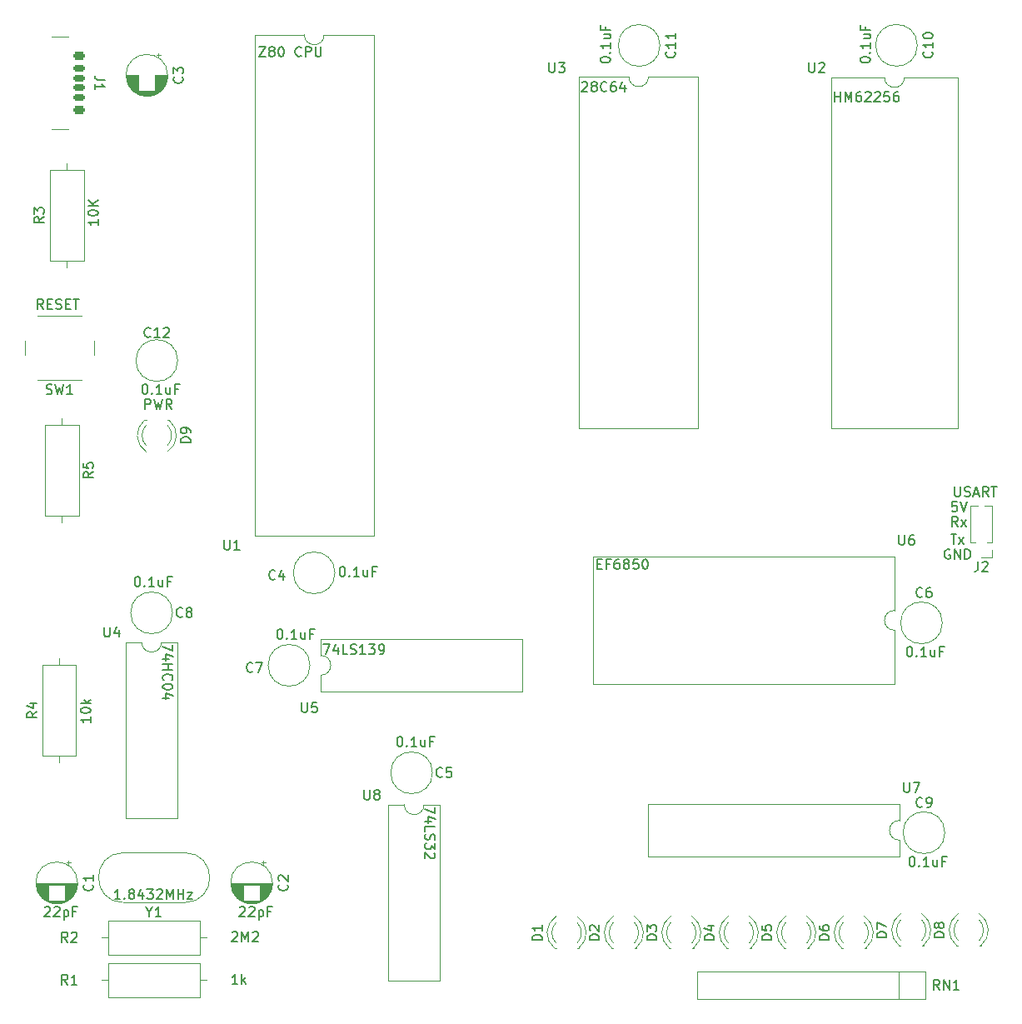
<source format=gto>
%TF.GenerationSoftware,KiCad,Pcbnew,7.0.8*%
%TF.CreationDate,2023-10-09T18:20:10+02:00*%
%TF.ProjectId,Z80_SBC,5a38305f-5342-4432-9e6b-696361645f70,rev?*%
%TF.SameCoordinates,Original*%
%TF.FileFunction,Legend,Top*%
%TF.FilePolarity,Positive*%
%FSLAX46Y46*%
G04 Gerber Fmt 4.6, Leading zero omitted, Abs format (unit mm)*
G04 Created by KiCad (PCBNEW 7.0.8) date 2023-10-09 18:20:10*
%MOMM*%
%LPD*%
G01*
G04 APERTURE LIST*
G04 Aperture macros list*
%AMRoundRect*
0 Rectangle with rounded corners*
0 $1 Rounding radius*
0 $2 $3 $4 $5 $6 $7 $8 $9 X,Y pos of 4 corners*
0 Add a 4 corners polygon primitive as box body*
4,1,4,$2,$3,$4,$5,$6,$7,$8,$9,$2,$3,0*
0 Add four circle primitives for the rounded corners*
1,1,$1+$1,$2,$3*
1,1,$1+$1,$4,$5*
1,1,$1+$1,$6,$7*
1,1,$1+$1,$8,$9*
0 Add four rect primitives between the rounded corners*
20,1,$1+$1,$2,$3,$4,$5,0*
20,1,$1+$1,$4,$5,$6,$7,0*
20,1,$1+$1,$6,$7,$8,$9,0*
20,1,$1+$1,$8,$9,$2,$3,0*%
G04 Aperture macros list end*
%ADD10C,0.150000*%
%ADD11C,0.120000*%
%ADD12R,1.800000X1.800000*%
%ADD13C,1.800000*%
%ADD14C,1.600000*%
%ADD15O,1.600000X1.600000*%
%ADD16RoundRect,0.175000X-0.425000X0.175000X-0.425000X-0.175000X0.425000X-0.175000X0.425000X0.175000X0*%
%ADD17RoundRect,0.190000X0.410000X-0.190000X0.410000X0.190000X-0.410000X0.190000X-0.410000X-0.190000X0*%
%ADD18RoundRect,0.200000X0.400000X-0.200000X0.400000X0.200000X-0.400000X0.200000X-0.400000X-0.200000X0*%
%ADD19RoundRect,0.175000X0.425000X-0.175000X0.425000X0.175000X-0.425000X0.175000X-0.425000X-0.175000X0*%
%ADD20RoundRect,0.190000X-0.410000X0.190000X-0.410000X-0.190000X0.410000X-0.190000X0.410000X0.190000X0*%
%ADD21RoundRect,0.200000X-0.400000X0.200000X-0.400000X-0.200000X0.400000X-0.200000X0.400000X0.200000X0*%
%ADD22O,1.700000X1.100000*%
%ADD23C,1.200000*%
%ADD24R,2.400000X1.600000*%
%ADD25O,2.400000X1.600000*%
%ADD26R,1.600000X1.600000*%
%ADD27R,1.200000X1.200000*%
%ADD28R,1.000000X1.000000*%
%ADD29O,1.000000X1.000000*%
%ADD30C,1.500000*%
%ADD31C,2.000000*%
G04 APERTURE END LIST*
D10*
X137433255Y-110121819D02*
X137528493Y-110121819D01*
X137528493Y-110121819D02*
X137623731Y-110169438D01*
X137623731Y-110169438D02*
X137671350Y-110217057D01*
X137671350Y-110217057D02*
X137718969Y-110312295D01*
X137718969Y-110312295D02*
X137766588Y-110502771D01*
X137766588Y-110502771D02*
X137766588Y-110740866D01*
X137766588Y-110740866D02*
X137718969Y-110931342D01*
X137718969Y-110931342D02*
X137671350Y-111026580D01*
X137671350Y-111026580D02*
X137623731Y-111074200D01*
X137623731Y-111074200D02*
X137528493Y-111121819D01*
X137528493Y-111121819D02*
X137433255Y-111121819D01*
X137433255Y-111121819D02*
X137338017Y-111074200D01*
X137338017Y-111074200D02*
X137290398Y-111026580D01*
X137290398Y-111026580D02*
X137242779Y-110931342D01*
X137242779Y-110931342D02*
X137195160Y-110740866D01*
X137195160Y-110740866D02*
X137195160Y-110502771D01*
X137195160Y-110502771D02*
X137242779Y-110312295D01*
X137242779Y-110312295D02*
X137290398Y-110217057D01*
X137290398Y-110217057D02*
X137338017Y-110169438D01*
X137338017Y-110169438D02*
X137433255Y-110121819D01*
X138195160Y-111026580D02*
X138242779Y-111074200D01*
X138242779Y-111074200D02*
X138195160Y-111121819D01*
X138195160Y-111121819D02*
X138147541Y-111074200D01*
X138147541Y-111074200D02*
X138195160Y-111026580D01*
X138195160Y-111026580D02*
X138195160Y-111121819D01*
X139195159Y-111121819D02*
X138623731Y-111121819D01*
X138909445Y-111121819D02*
X138909445Y-110121819D01*
X138909445Y-110121819D02*
X138814207Y-110264676D01*
X138814207Y-110264676D02*
X138718969Y-110359914D01*
X138718969Y-110359914D02*
X138623731Y-110407533D01*
X140052302Y-110455152D02*
X140052302Y-111121819D01*
X139623731Y-110455152D02*
X139623731Y-110978961D01*
X139623731Y-110978961D02*
X139671350Y-111074200D01*
X139671350Y-111074200D02*
X139766588Y-111121819D01*
X139766588Y-111121819D02*
X139909445Y-111121819D01*
X139909445Y-111121819D02*
X140004683Y-111074200D01*
X140004683Y-111074200D02*
X140052302Y-111026580D01*
X140861826Y-110598009D02*
X140528493Y-110598009D01*
X140528493Y-111121819D02*
X140528493Y-110121819D01*
X140528493Y-110121819D02*
X141004683Y-110121819D01*
X121193160Y-127489057D02*
X121240779Y-127441438D01*
X121240779Y-127441438D02*
X121336017Y-127393819D01*
X121336017Y-127393819D02*
X121574112Y-127393819D01*
X121574112Y-127393819D02*
X121669350Y-127441438D01*
X121669350Y-127441438D02*
X121716969Y-127489057D01*
X121716969Y-127489057D02*
X121764588Y-127584295D01*
X121764588Y-127584295D02*
X121764588Y-127679533D01*
X121764588Y-127679533D02*
X121716969Y-127822390D01*
X121716969Y-127822390D02*
X121145541Y-128393819D01*
X121145541Y-128393819D02*
X121764588Y-128393819D01*
X122145541Y-127489057D02*
X122193160Y-127441438D01*
X122193160Y-127441438D02*
X122288398Y-127393819D01*
X122288398Y-127393819D02*
X122526493Y-127393819D01*
X122526493Y-127393819D02*
X122621731Y-127441438D01*
X122621731Y-127441438D02*
X122669350Y-127489057D01*
X122669350Y-127489057D02*
X122716969Y-127584295D01*
X122716969Y-127584295D02*
X122716969Y-127679533D01*
X122716969Y-127679533D02*
X122669350Y-127822390D01*
X122669350Y-127822390D02*
X122097922Y-128393819D01*
X122097922Y-128393819D02*
X122716969Y-128393819D01*
X123145541Y-127727152D02*
X123145541Y-128727152D01*
X123145541Y-127774771D02*
X123240779Y-127727152D01*
X123240779Y-127727152D02*
X123431255Y-127727152D01*
X123431255Y-127727152D02*
X123526493Y-127774771D01*
X123526493Y-127774771D02*
X123574112Y-127822390D01*
X123574112Y-127822390D02*
X123621731Y-127917628D01*
X123621731Y-127917628D02*
X123621731Y-128203342D01*
X123621731Y-128203342D02*
X123574112Y-128298580D01*
X123574112Y-128298580D02*
X123526493Y-128346200D01*
X123526493Y-128346200D02*
X123431255Y-128393819D01*
X123431255Y-128393819D02*
X123240779Y-128393819D01*
X123240779Y-128393819D02*
X123145541Y-128346200D01*
X124383636Y-127870009D02*
X124050303Y-127870009D01*
X124050303Y-128393819D02*
X124050303Y-127393819D01*
X124050303Y-127393819D02*
X124526493Y-127393819D01*
X193884779Y-84721819D02*
X193884779Y-85531342D01*
X193884779Y-85531342D02*
X193932398Y-85626580D01*
X193932398Y-85626580D02*
X193980017Y-85674200D01*
X193980017Y-85674200D02*
X194075255Y-85721819D01*
X194075255Y-85721819D02*
X194265731Y-85721819D01*
X194265731Y-85721819D02*
X194360969Y-85674200D01*
X194360969Y-85674200D02*
X194408588Y-85626580D01*
X194408588Y-85626580D02*
X194456207Y-85531342D01*
X194456207Y-85531342D02*
X194456207Y-84721819D01*
X194884779Y-85674200D02*
X195027636Y-85721819D01*
X195027636Y-85721819D02*
X195265731Y-85721819D01*
X195265731Y-85721819D02*
X195360969Y-85674200D01*
X195360969Y-85674200D02*
X195408588Y-85626580D01*
X195408588Y-85626580D02*
X195456207Y-85531342D01*
X195456207Y-85531342D02*
X195456207Y-85436104D01*
X195456207Y-85436104D02*
X195408588Y-85340866D01*
X195408588Y-85340866D02*
X195360969Y-85293247D01*
X195360969Y-85293247D02*
X195265731Y-85245628D01*
X195265731Y-85245628D02*
X195075255Y-85198009D01*
X195075255Y-85198009D02*
X194980017Y-85150390D01*
X194980017Y-85150390D02*
X194932398Y-85102771D01*
X194932398Y-85102771D02*
X194884779Y-85007533D01*
X194884779Y-85007533D02*
X194884779Y-84912295D01*
X194884779Y-84912295D02*
X194932398Y-84817057D01*
X194932398Y-84817057D02*
X194980017Y-84769438D01*
X194980017Y-84769438D02*
X195075255Y-84721819D01*
X195075255Y-84721819D02*
X195313350Y-84721819D01*
X195313350Y-84721819D02*
X195456207Y-84769438D01*
X195837160Y-85436104D02*
X196313350Y-85436104D01*
X195741922Y-85721819D02*
X196075255Y-84721819D01*
X196075255Y-84721819D02*
X196408588Y-85721819D01*
X197313350Y-85721819D02*
X196980017Y-85245628D01*
X196741922Y-85721819D02*
X196741922Y-84721819D01*
X196741922Y-84721819D02*
X197122874Y-84721819D01*
X197122874Y-84721819D02*
X197218112Y-84769438D01*
X197218112Y-84769438D02*
X197265731Y-84817057D01*
X197265731Y-84817057D02*
X197313350Y-84912295D01*
X197313350Y-84912295D02*
X197313350Y-85055152D01*
X197313350Y-85055152D02*
X197265731Y-85150390D01*
X197265731Y-85150390D02*
X197218112Y-85198009D01*
X197218112Y-85198009D02*
X197122874Y-85245628D01*
X197122874Y-85245628D02*
X196741922Y-85245628D01*
X197599065Y-84721819D02*
X198170493Y-84721819D01*
X197884779Y-85721819D02*
X197884779Y-84721819D01*
X120431160Y-130029057D02*
X120478779Y-129981438D01*
X120478779Y-129981438D02*
X120574017Y-129933819D01*
X120574017Y-129933819D02*
X120812112Y-129933819D01*
X120812112Y-129933819D02*
X120907350Y-129981438D01*
X120907350Y-129981438D02*
X120954969Y-130029057D01*
X120954969Y-130029057D02*
X121002588Y-130124295D01*
X121002588Y-130124295D02*
X121002588Y-130219533D01*
X121002588Y-130219533D02*
X120954969Y-130362390D01*
X120954969Y-130362390D02*
X120383541Y-130933819D01*
X120383541Y-130933819D02*
X121002588Y-130933819D01*
X121431160Y-130933819D02*
X121431160Y-129933819D01*
X121431160Y-129933819D02*
X121764493Y-130648104D01*
X121764493Y-130648104D02*
X122097826Y-129933819D01*
X122097826Y-129933819D02*
X122097826Y-130933819D01*
X122526398Y-130029057D02*
X122574017Y-129981438D01*
X122574017Y-129981438D02*
X122669255Y-129933819D01*
X122669255Y-129933819D02*
X122907350Y-129933819D01*
X122907350Y-129933819D02*
X123002588Y-129981438D01*
X123002588Y-129981438D02*
X123050207Y-130029057D01*
X123050207Y-130029057D02*
X123097826Y-130124295D01*
X123097826Y-130124295D02*
X123097826Y-130219533D01*
X123097826Y-130219533D02*
X123050207Y-130362390D01*
X123050207Y-130362390D02*
X122478779Y-130933819D01*
X122478779Y-130933819D02*
X123097826Y-130933819D01*
X157562779Y-92564009D02*
X157896112Y-92564009D01*
X158038969Y-93087819D02*
X157562779Y-93087819D01*
X157562779Y-93087819D02*
X157562779Y-92087819D01*
X157562779Y-92087819D02*
X158038969Y-92087819D01*
X158800874Y-92564009D02*
X158467541Y-92564009D01*
X158467541Y-93087819D02*
X158467541Y-92087819D01*
X158467541Y-92087819D02*
X158943731Y-92087819D01*
X159753255Y-92087819D02*
X159562779Y-92087819D01*
X159562779Y-92087819D02*
X159467541Y-92135438D01*
X159467541Y-92135438D02*
X159419922Y-92183057D01*
X159419922Y-92183057D02*
X159324684Y-92325914D01*
X159324684Y-92325914D02*
X159277065Y-92516390D01*
X159277065Y-92516390D02*
X159277065Y-92897342D01*
X159277065Y-92897342D02*
X159324684Y-92992580D01*
X159324684Y-92992580D02*
X159372303Y-93040200D01*
X159372303Y-93040200D02*
X159467541Y-93087819D01*
X159467541Y-93087819D02*
X159658017Y-93087819D01*
X159658017Y-93087819D02*
X159753255Y-93040200D01*
X159753255Y-93040200D02*
X159800874Y-92992580D01*
X159800874Y-92992580D02*
X159848493Y-92897342D01*
X159848493Y-92897342D02*
X159848493Y-92659247D01*
X159848493Y-92659247D02*
X159800874Y-92564009D01*
X159800874Y-92564009D02*
X159753255Y-92516390D01*
X159753255Y-92516390D02*
X159658017Y-92468771D01*
X159658017Y-92468771D02*
X159467541Y-92468771D01*
X159467541Y-92468771D02*
X159372303Y-92516390D01*
X159372303Y-92516390D02*
X159324684Y-92564009D01*
X159324684Y-92564009D02*
X159277065Y-92659247D01*
X160419922Y-92516390D02*
X160324684Y-92468771D01*
X160324684Y-92468771D02*
X160277065Y-92421152D01*
X160277065Y-92421152D02*
X160229446Y-92325914D01*
X160229446Y-92325914D02*
X160229446Y-92278295D01*
X160229446Y-92278295D02*
X160277065Y-92183057D01*
X160277065Y-92183057D02*
X160324684Y-92135438D01*
X160324684Y-92135438D02*
X160419922Y-92087819D01*
X160419922Y-92087819D02*
X160610398Y-92087819D01*
X160610398Y-92087819D02*
X160705636Y-92135438D01*
X160705636Y-92135438D02*
X160753255Y-92183057D01*
X160753255Y-92183057D02*
X160800874Y-92278295D01*
X160800874Y-92278295D02*
X160800874Y-92325914D01*
X160800874Y-92325914D02*
X160753255Y-92421152D01*
X160753255Y-92421152D02*
X160705636Y-92468771D01*
X160705636Y-92468771D02*
X160610398Y-92516390D01*
X160610398Y-92516390D02*
X160419922Y-92516390D01*
X160419922Y-92516390D02*
X160324684Y-92564009D01*
X160324684Y-92564009D02*
X160277065Y-92611628D01*
X160277065Y-92611628D02*
X160229446Y-92706866D01*
X160229446Y-92706866D02*
X160229446Y-92897342D01*
X160229446Y-92897342D02*
X160277065Y-92992580D01*
X160277065Y-92992580D02*
X160324684Y-93040200D01*
X160324684Y-93040200D02*
X160419922Y-93087819D01*
X160419922Y-93087819D02*
X160610398Y-93087819D01*
X160610398Y-93087819D02*
X160705636Y-93040200D01*
X160705636Y-93040200D02*
X160753255Y-92992580D01*
X160753255Y-92992580D02*
X160800874Y-92897342D01*
X160800874Y-92897342D02*
X160800874Y-92706866D01*
X160800874Y-92706866D02*
X160753255Y-92611628D01*
X160753255Y-92611628D02*
X160705636Y-92564009D01*
X160705636Y-92564009D02*
X160610398Y-92516390D01*
X161705636Y-92087819D02*
X161229446Y-92087819D01*
X161229446Y-92087819D02*
X161181827Y-92564009D01*
X161181827Y-92564009D02*
X161229446Y-92516390D01*
X161229446Y-92516390D02*
X161324684Y-92468771D01*
X161324684Y-92468771D02*
X161562779Y-92468771D01*
X161562779Y-92468771D02*
X161658017Y-92516390D01*
X161658017Y-92516390D02*
X161705636Y-92564009D01*
X161705636Y-92564009D02*
X161753255Y-92659247D01*
X161753255Y-92659247D02*
X161753255Y-92897342D01*
X161753255Y-92897342D02*
X161705636Y-92992580D01*
X161705636Y-92992580D02*
X161658017Y-93040200D01*
X161658017Y-93040200D02*
X161562779Y-93087819D01*
X161562779Y-93087819D02*
X161324684Y-93087819D01*
X161324684Y-93087819D02*
X161229446Y-93040200D01*
X161229446Y-93040200D02*
X161181827Y-92992580D01*
X162372303Y-92087819D02*
X162467541Y-92087819D01*
X162467541Y-92087819D02*
X162562779Y-92135438D01*
X162562779Y-92135438D02*
X162610398Y-92183057D01*
X162610398Y-92183057D02*
X162658017Y-92278295D01*
X162658017Y-92278295D02*
X162705636Y-92468771D01*
X162705636Y-92468771D02*
X162705636Y-92706866D01*
X162705636Y-92706866D02*
X162658017Y-92897342D01*
X162658017Y-92897342D02*
X162610398Y-92992580D01*
X162610398Y-92992580D02*
X162562779Y-93040200D01*
X162562779Y-93040200D02*
X162467541Y-93087819D01*
X162467541Y-93087819D02*
X162372303Y-93087819D01*
X162372303Y-93087819D02*
X162277065Y-93040200D01*
X162277065Y-93040200D02*
X162229446Y-92992580D01*
X162229446Y-92992580D02*
X162181827Y-92897342D01*
X162181827Y-92897342D02*
X162134208Y-92706866D01*
X162134208Y-92706866D02*
X162134208Y-92468771D01*
X162134208Y-92468771D02*
X162181827Y-92278295D01*
X162181827Y-92278295D02*
X162229446Y-92183057D01*
X162229446Y-92183057D02*
X162277065Y-92135438D01*
X162277065Y-92135438D02*
X162372303Y-92087819D01*
X125241255Y-99199819D02*
X125336493Y-99199819D01*
X125336493Y-99199819D02*
X125431731Y-99247438D01*
X125431731Y-99247438D02*
X125479350Y-99295057D01*
X125479350Y-99295057D02*
X125526969Y-99390295D01*
X125526969Y-99390295D02*
X125574588Y-99580771D01*
X125574588Y-99580771D02*
X125574588Y-99818866D01*
X125574588Y-99818866D02*
X125526969Y-100009342D01*
X125526969Y-100009342D02*
X125479350Y-100104580D01*
X125479350Y-100104580D02*
X125431731Y-100152200D01*
X125431731Y-100152200D02*
X125336493Y-100199819D01*
X125336493Y-100199819D02*
X125241255Y-100199819D01*
X125241255Y-100199819D02*
X125146017Y-100152200D01*
X125146017Y-100152200D02*
X125098398Y-100104580D01*
X125098398Y-100104580D02*
X125050779Y-100009342D01*
X125050779Y-100009342D02*
X125003160Y-99818866D01*
X125003160Y-99818866D02*
X125003160Y-99580771D01*
X125003160Y-99580771D02*
X125050779Y-99390295D01*
X125050779Y-99390295D02*
X125098398Y-99295057D01*
X125098398Y-99295057D02*
X125146017Y-99247438D01*
X125146017Y-99247438D02*
X125241255Y-99199819D01*
X126003160Y-100104580D02*
X126050779Y-100152200D01*
X126050779Y-100152200D02*
X126003160Y-100199819D01*
X126003160Y-100199819D02*
X125955541Y-100152200D01*
X125955541Y-100152200D02*
X126003160Y-100104580D01*
X126003160Y-100104580D02*
X126003160Y-100199819D01*
X127003159Y-100199819D02*
X126431731Y-100199819D01*
X126717445Y-100199819D02*
X126717445Y-99199819D01*
X126717445Y-99199819D02*
X126622207Y-99342676D01*
X126622207Y-99342676D02*
X126526969Y-99437914D01*
X126526969Y-99437914D02*
X126431731Y-99485533D01*
X127860302Y-99533152D02*
X127860302Y-100199819D01*
X127431731Y-99533152D02*
X127431731Y-100056961D01*
X127431731Y-100056961D02*
X127479350Y-100152200D01*
X127479350Y-100152200D02*
X127574588Y-100199819D01*
X127574588Y-100199819D02*
X127717445Y-100199819D01*
X127717445Y-100199819D02*
X127812683Y-100152200D01*
X127812683Y-100152200D02*
X127860302Y-100104580D01*
X128669826Y-99676009D02*
X128336493Y-99676009D01*
X128336493Y-100199819D02*
X128336493Y-99199819D01*
X128336493Y-99199819D02*
X128812683Y-99199819D01*
X131591255Y-92849819D02*
X131686493Y-92849819D01*
X131686493Y-92849819D02*
X131781731Y-92897438D01*
X131781731Y-92897438D02*
X131829350Y-92945057D01*
X131829350Y-92945057D02*
X131876969Y-93040295D01*
X131876969Y-93040295D02*
X131924588Y-93230771D01*
X131924588Y-93230771D02*
X131924588Y-93468866D01*
X131924588Y-93468866D02*
X131876969Y-93659342D01*
X131876969Y-93659342D02*
X131829350Y-93754580D01*
X131829350Y-93754580D02*
X131781731Y-93802200D01*
X131781731Y-93802200D02*
X131686493Y-93849819D01*
X131686493Y-93849819D02*
X131591255Y-93849819D01*
X131591255Y-93849819D02*
X131496017Y-93802200D01*
X131496017Y-93802200D02*
X131448398Y-93754580D01*
X131448398Y-93754580D02*
X131400779Y-93659342D01*
X131400779Y-93659342D02*
X131353160Y-93468866D01*
X131353160Y-93468866D02*
X131353160Y-93230771D01*
X131353160Y-93230771D02*
X131400779Y-93040295D01*
X131400779Y-93040295D02*
X131448398Y-92945057D01*
X131448398Y-92945057D02*
X131496017Y-92897438D01*
X131496017Y-92897438D02*
X131591255Y-92849819D01*
X132353160Y-93754580D02*
X132400779Y-93802200D01*
X132400779Y-93802200D02*
X132353160Y-93849819D01*
X132353160Y-93849819D02*
X132305541Y-93802200D01*
X132305541Y-93802200D02*
X132353160Y-93754580D01*
X132353160Y-93754580D02*
X132353160Y-93849819D01*
X133353159Y-93849819D02*
X132781731Y-93849819D01*
X133067445Y-93849819D02*
X133067445Y-92849819D01*
X133067445Y-92849819D02*
X132972207Y-92992676D01*
X132972207Y-92992676D02*
X132876969Y-93087914D01*
X132876969Y-93087914D02*
X132781731Y-93135533D01*
X134210302Y-93183152D02*
X134210302Y-93849819D01*
X133781731Y-93183152D02*
X133781731Y-93706961D01*
X133781731Y-93706961D02*
X133829350Y-93802200D01*
X133829350Y-93802200D02*
X133924588Y-93849819D01*
X133924588Y-93849819D02*
X134067445Y-93849819D01*
X134067445Y-93849819D02*
X134162683Y-93802200D01*
X134162683Y-93802200D02*
X134210302Y-93754580D01*
X135019826Y-93326009D02*
X134686493Y-93326009D01*
X134686493Y-93849819D02*
X134686493Y-92849819D01*
X134686493Y-92849819D02*
X135162683Y-92849819D01*
X111588779Y-76831819D02*
X111588779Y-75831819D01*
X111588779Y-75831819D02*
X111969731Y-75831819D01*
X111969731Y-75831819D02*
X112064969Y-75879438D01*
X112064969Y-75879438D02*
X112112588Y-75927057D01*
X112112588Y-75927057D02*
X112160207Y-76022295D01*
X112160207Y-76022295D02*
X112160207Y-76165152D01*
X112160207Y-76165152D02*
X112112588Y-76260390D01*
X112112588Y-76260390D02*
X112064969Y-76308009D01*
X112064969Y-76308009D02*
X111969731Y-76355628D01*
X111969731Y-76355628D02*
X111588779Y-76355628D01*
X112493541Y-75831819D02*
X112731636Y-76831819D01*
X112731636Y-76831819D02*
X112922112Y-76117533D01*
X112922112Y-76117533D02*
X113112588Y-76831819D01*
X113112588Y-76831819D02*
X113350684Y-75831819D01*
X114303064Y-76831819D02*
X113969731Y-76355628D01*
X113731636Y-76831819D02*
X113731636Y-75831819D01*
X113731636Y-75831819D02*
X114112588Y-75831819D01*
X114112588Y-75831819D02*
X114207826Y-75879438D01*
X114207826Y-75879438D02*
X114255445Y-75927057D01*
X114255445Y-75927057D02*
X114303064Y-76022295D01*
X114303064Y-76022295D02*
X114303064Y-76165152D01*
X114303064Y-76165152D02*
X114255445Y-76260390D01*
X114255445Y-76260390D02*
X114207826Y-76308009D01*
X114207826Y-76308009D02*
X114112588Y-76355628D01*
X114112588Y-76355628D02*
X113731636Y-76355628D01*
X129701541Y-100734819D02*
X130368207Y-100734819D01*
X130368207Y-100734819D02*
X129939636Y-101734819D01*
X131177731Y-101068152D02*
X131177731Y-101734819D01*
X130939636Y-100687200D02*
X130701541Y-101401485D01*
X130701541Y-101401485D02*
X131320588Y-101401485D01*
X132177731Y-101734819D02*
X131701541Y-101734819D01*
X131701541Y-101734819D02*
X131701541Y-100734819D01*
X132463446Y-101687200D02*
X132606303Y-101734819D01*
X132606303Y-101734819D02*
X132844398Y-101734819D01*
X132844398Y-101734819D02*
X132939636Y-101687200D01*
X132939636Y-101687200D02*
X132987255Y-101639580D01*
X132987255Y-101639580D02*
X133034874Y-101544342D01*
X133034874Y-101544342D02*
X133034874Y-101449104D01*
X133034874Y-101449104D02*
X132987255Y-101353866D01*
X132987255Y-101353866D02*
X132939636Y-101306247D01*
X132939636Y-101306247D02*
X132844398Y-101258628D01*
X132844398Y-101258628D02*
X132653922Y-101211009D01*
X132653922Y-101211009D02*
X132558684Y-101163390D01*
X132558684Y-101163390D02*
X132511065Y-101115771D01*
X132511065Y-101115771D02*
X132463446Y-101020533D01*
X132463446Y-101020533D02*
X132463446Y-100925295D01*
X132463446Y-100925295D02*
X132511065Y-100830057D01*
X132511065Y-100830057D02*
X132558684Y-100782438D01*
X132558684Y-100782438D02*
X132653922Y-100734819D01*
X132653922Y-100734819D02*
X132892017Y-100734819D01*
X132892017Y-100734819D02*
X133034874Y-100782438D01*
X133987255Y-101734819D02*
X133415827Y-101734819D01*
X133701541Y-101734819D02*
X133701541Y-100734819D01*
X133701541Y-100734819D02*
X133606303Y-100877676D01*
X133606303Y-100877676D02*
X133511065Y-100972914D01*
X133511065Y-100972914D02*
X133415827Y-101020533D01*
X134320589Y-100734819D02*
X134939636Y-100734819D01*
X134939636Y-100734819D02*
X134606303Y-101115771D01*
X134606303Y-101115771D02*
X134749160Y-101115771D01*
X134749160Y-101115771D02*
X134844398Y-101163390D01*
X134844398Y-101163390D02*
X134892017Y-101211009D01*
X134892017Y-101211009D02*
X134939636Y-101306247D01*
X134939636Y-101306247D02*
X134939636Y-101544342D01*
X134939636Y-101544342D02*
X134892017Y-101639580D01*
X134892017Y-101639580D02*
X134844398Y-101687200D01*
X134844398Y-101687200D02*
X134749160Y-101734819D01*
X134749160Y-101734819D02*
X134463446Y-101734819D01*
X134463446Y-101734819D02*
X134368208Y-101687200D01*
X134368208Y-101687200D02*
X134320589Y-101639580D01*
X135415827Y-101734819D02*
X135606303Y-101734819D01*
X135606303Y-101734819D02*
X135701541Y-101687200D01*
X135701541Y-101687200D02*
X135749160Y-101639580D01*
X135749160Y-101639580D02*
X135844398Y-101496723D01*
X135844398Y-101496723D02*
X135892017Y-101306247D01*
X135892017Y-101306247D02*
X135892017Y-100925295D01*
X135892017Y-100925295D02*
X135844398Y-100830057D01*
X135844398Y-100830057D02*
X135796779Y-100782438D01*
X135796779Y-100782438D02*
X135701541Y-100734819D01*
X135701541Y-100734819D02*
X135511065Y-100734819D01*
X135511065Y-100734819D02*
X135415827Y-100782438D01*
X135415827Y-100782438D02*
X135368208Y-100830057D01*
X135368208Y-100830057D02*
X135320589Y-100925295D01*
X135320589Y-100925295D02*
X135320589Y-101163390D01*
X135320589Y-101163390D02*
X135368208Y-101258628D01*
X135368208Y-101258628D02*
X135415827Y-101306247D01*
X135415827Y-101306247D02*
X135511065Y-101353866D01*
X135511065Y-101353866D02*
X135701541Y-101353866D01*
X135701541Y-101353866D02*
X135796779Y-101306247D01*
X135796779Y-101306247D02*
X135844398Y-101258628D01*
X135844398Y-101258628D02*
X135892017Y-101163390D01*
X106803819Y-57559411D02*
X106803819Y-58130839D01*
X106803819Y-57845125D02*
X105803819Y-57845125D01*
X105803819Y-57845125D02*
X105946676Y-57940363D01*
X105946676Y-57940363D02*
X106041914Y-58035601D01*
X106041914Y-58035601D02*
X106089533Y-58130839D01*
X105803819Y-56940363D02*
X105803819Y-56845125D01*
X105803819Y-56845125D02*
X105851438Y-56749887D01*
X105851438Y-56749887D02*
X105899057Y-56702268D01*
X105899057Y-56702268D02*
X105994295Y-56654649D01*
X105994295Y-56654649D02*
X106184771Y-56607030D01*
X106184771Y-56607030D02*
X106422866Y-56607030D01*
X106422866Y-56607030D02*
X106613342Y-56654649D01*
X106613342Y-56654649D02*
X106708580Y-56702268D01*
X106708580Y-56702268D02*
X106756200Y-56749887D01*
X106756200Y-56749887D02*
X106803819Y-56845125D01*
X106803819Y-56845125D02*
X106803819Y-56940363D01*
X106803819Y-56940363D02*
X106756200Y-57035601D01*
X106756200Y-57035601D02*
X106708580Y-57083220D01*
X106708580Y-57083220D02*
X106613342Y-57130839D01*
X106613342Y-57130839D02*
X106422866Y-57178458D01*
X106422866Y-57178458D02*
X106184771Y-57178458D01*
X106184771Y-57178458D02*
X105994295Y-57130839D01*
X105994295Y-57130839D02*
X105899057Y-57083220D01*
X105899057Y-57083220D02*
X105851438Y-57035601D01*
X105851438Y-57035601D02*
X105803819Y-56940363D01*
X106803819Y-56178458D02*
X105803819Y-56178458D01*
X106803819Y-55607030D02*
X106232390Y-56035601D01*
X105803819Y-55607030D02*
X106375247Y-56178458D01*
X155991160Y-43669057D02*
X156038779Y-43621438D01*
X156038779Y-43621438D02*
X156134017Y-43573819D01*
X156134017Y-43573819D02*
X156372112Y-43573819D01*
X156372112Y-43573819D02*
X156467350Y-43621438D01*
X156467350Y-43621438D02*
X156514969Y-43669057D01*
X156514969Y-43669057D02*
X156562588Y-43764295D01*
X156562588Y-43764295D02*
X156562588Y-43859533D01*
X156562588Y-43859533D02*
X156514969Y-44002390D01*
X156514969Y-44002390D02*
X155943541Y-44573819D01*
X155943541Y-44573819D02*
X156562588Y-44573819D01*
X157134017Y-44002390D02*
X157038779Y-43954771D01*
X157038779Y-43954771D02*
X156991160Y-43907152D01*
X156991160Y-43907152D02*
X156943541Y-43811914D01*
X156943541Y-43811914D02*
X156943541Y-43764295D01*
X156943541Y-43764295D02*
X156991160Y-43669057D01*
X156991160Y-43669057D02*
X157038779Y-43621438D01*
X157038779Y-43621438D02*
X157134017Y-43573819D01*
X157134017Y-43573819D02*
X157324493Y-43573819D01*
X157324493Y-43573819D02*
X157419731Y-43621438D01*
X157419731Y-43621438D02*
X157467350Y-43669057D01*
X157467350Y-43669057D02*
X157514969Y-43764295D01*
X157514969Y-43764295D02*
X157514969Y-43811914D01*
X157514969Y-43811914D02*
X157467350Y-43907152D01*
X157467350Y-43907152D02*
X157419731Y-43954771D01*
X157419731Y-43954771D02*
X157324493Y-44002390D01*
X157324493Y-44002390D02*
X157134017Y-44002390D01*
X157134017Y-44002390D02*
X157038779Y-44050009D01*
X157038779Y-44050009D02*
X156991160Y-44097628D01*
X156991160Y-44097628D02*
X156943541Y-44192866D01*
X156943541Y-44192866D02*
X156943541Y-44383342D01*
X156943541Y-44383342D02*
X156991160Y-44478580D01*
X156991160Y-44478580D02*
X157038779Y-44526200D01*
X157038779Y-44526200D02*
X157134017Y-44573819D01*
X157134017Y-44573819D02*
X157324493Y-44573819D01*
X157324493Y-44573819D02*
X157419731Y-44526200D01*
X157419731Y-44526200D02*
X157467350Y-44478580D01*
X157467350Y-44478580D02*
X157514969Y-44383342D01*
X157514969Y-44383342D02*
X157514969Y-44192866D01*
X157514969Y-44192866D02*
X157467350Y-44097628D01*
X157467350Y-44097628D02*
X157419731Y-44050009D01*
X157419731Y-44050009D02*
X157324493Y-44002390D01*
X158514969Y-44478580D02*
X158467350Y-44526200D01*
X158467350Y-44526200D02*
X158324493Y-44573819D01*
X158324493Y-44573819D02*
X158229255Y-44573819D01*
X158229255Y-44573819D02*
X158086398Y-44526200D01*
X158086398Y-44526200D02*
X157991160Y-44430961D01*
X157991160Y-44430961D02*
X157943541Y-44335723D01*
X157943541Y-44335723D02*
X157895922Y-44145247D01*
X157895922Y-44145247D02*
X157895922Y-44002390D01*
X157895922Y-44002390D02*
X157943541Y-43811914D01*
X157943541Y-43811914D02*
X157991160Y-43716676D01*
X157991160Y-43716676D02*
X158086398Y-43621438D01*
X158086398Y-43621438D02*
X158229255Y-43573819D01*
X158229255Y-43573819D02*
X158324493Y-43573819D01*
X158324493Y-43573819D02*
X158467350Y-43621438D01*
X158467350Y-43621438D02*
X158514969Y-43669057D01*
X159372112Y-43573819D02*
X159181636Y-43573819D01*
X159181636Y-43573819D02*
X159086398Y-43621438D01*
X159086398Y-43621438D02*
X159038779Y-43669057D01*
X159038779Y-43669057D02*
X158943541Y-43811914D01*
X158943541Y-43811914D02*
X158895922Y-44002390D01*
X158895922Y-44002390D02*
X158895922Y-44383342D01*
X158895922Y-44383342D02*
X158943541Y-44478580D01*
X158943541Y-44478580D02*
X158991160Y-44526200D01*
X158991160Y-44526200D02*
X159086398Y-44573819D01*
X159086398Y-44573819D02*
X159276874Y-44573819D01*
X159276874Y-44573819D02*
X159372112Y-44526200D01*
X159372112Y-44526200D02*
X159419731Y-44478580D01*
X159419731Y-44478580D02*
X159467350Y-44383342D01*
X159467350Y-44383342D02*
X159467350Y-44145247D01*
X159467350Y-44145247D02*
X159419731Y-44050009D01*
X159419731Y-44050009D02*
X159372112Y-44002390D01*
X159372112Y-44002390D02*
X159276874Y-43954771D01*
X159276874Y-43954771D02*
X159086398Y-43954771D01*
X159086398Y-43954771D02*
X158991160Y-44002390D01*
X158991160Y-44002390D02*
X158943541Y-44050009D01*
X158943541Y-44050009D02*
X158895922Y-44145247D01*
X160324493Y-43907152D02*
X160324493Y-44573819D01*
X160086398Y-43526200D02*
X159848303Y-44240485D01*
X159848303Y-44240485D02*
X160467350Y-44240485D01*
X110763255Y-93865819D02*
X110858493Y-93865819D01*
X110858493Y-93865819D02*
X110953731Y-93913438D01*
X110953731Y-93913438D02*
X111001350Y-93961057D01*
X111001350Y-93961057D02*
X111048969Y-94056295D01*
X111048969Y-94056295D02*
X111096588Y-94246771D01*
X111096588Y-94246771D02*
X111096588Y-94484866D01*
X111096588Y-94484866D02*
X111048969Y-94675342D01*
X111048969Y-94675342D02*
X111001350Y-94770580D01*
X111001350Y-94770580D02*
X110953731Y-94818200D01*
X110953731Y-94818200D02*
X110858493Y-94865819D01*
X110858493Y-94865819D02*
X110763255Y-94865819D01*
X110763255Y-94865819D02*
X110668017Y-94818200D01*
X110668017Y-94818200D02*
X110620398Y-94770580D01*
X110620398Y-94770580D02*
X110572779Y-94675342D01*
X110572779Y-94675342D02*
X110525160Y-94484866D01*
X110525160Y-94484866D02*
X110525160Y-94246771D01*
X110525160Y-94246771D02*
X110572779Y-94056295D01*
X110572779Y-94056295D02*
X110620398Y-93961057D01*
X110620398Y-93961057D02*
X110668017Y-93913438D01*
X110668017Y-93913438D02*
X110763255Y-93865819D01*
X111525160Y-94770580D02*
X111572779Y-94818200D01*
X111572779Y-94818200D02*
X111525160Y-94865819D01*
X111525160Y-94865819D02*
X111477541Y-94818200D01*
X111477541Y-94818200D02*
X111525160Y-94770580D01*
X111525160Y-94770580D02*
X111525160Y-94865819D01*
X112525159Y-94865819D02*
X111953731Y-94865819D01*
X112239445Y-94865819D02*
X112239445Y-93865819D01*
X112239445Y-93865819D02*
X112144207Y-94008676D01*
X112144207Y-94008676D02*
X112048969Y-94103914D01*
X112048969Y-94103914D02*
X111953731Y-94151533D01*
X113382302Y-94199152D02*
X113382302Y-94865819D01*
X112953731Y-94199152D02*
X112953731Y-94722961D01*
X112953731Y-94722961D02*
X113001350Y-94818200D01*
X113001350Y-94818200D02*
X113096588Y-94865819D01*
X113096588Y-94865819D02*
X113239445Y-94865819D01*
X113239445Y-94865819D02*
X113334683Y-94818200D01*
X113334683Y-94818200D02*
X113382302Y-94770580D01*
X114191826Y-94342009D02*
X113858493Y-94342009D01*
X113858493Y-94865819D02*
X113858493Y-93865819D01*
X113858493Y-93865819D02*
X114334683Y-93865819D01*
X109064588Y-126615819D02*
X108493160Y-126615819D01*
X108778874Y-126615819D02*
X108778874Y-125615819D01*
X108778874Y-125615819D02*
X108683636Y-125758676D01*
X108683636Y-125758676D02*
X108588398Y-125853914D01*
X108588398Y-125853914D02*
X108493160Y-125901533D01*
X109493160Y-126520580D02*
X109540779Y-126568200D01*
X109540779Y-126568200D02*
X109493160Y-126615819D01*
X109493160Y-126615819D02*
X109445541Y-126568200D01*
X109445541Y-126568200D02*
X109493160Y-126520580D01*
X109493160Y-126520580D02*
X109493160Y-126615819D01*
X110112207Y-126044390D02*
X110016969Y-125996771D01*
X110016969Y-125996771D02*
X109969350Y-125949152D01*
X109969350Y-125949152D02*
X109921731Y-125853914D01*
X109921731Y-125853914D02*
X109921731Y-125806295D01*
X109921731Y-125806295D02*
X109969350Y-125711057D01*
X109969350Y-125711057D02*
X110016969Y-125663438D01*
X110016969Y-125663438D02*
X110112207Y-125615819D01*
X110112207Y-125615819D02*
X110302683Y-125615819D01*
X110302683Y-125615819D02*
X110397921Y-125663438D01*
X110397921Y-125663438D02*
X110445540Y-125711057D01*
X110445540Y-125711057D02*
X110493159Y-125806295D01*
X110493159Y-125806295D02*
X110493159Y-125853914D01*
X110493159Y-125853914D02*
X110445540Y-125949152D01*
X110445540Y-125949152D02*
X110397921Y-125996771D01*
X110397921Y-125996771D02*
X110302683Y-126044390D01*
X110302683Y-126044390D02*
X110112207Y-126044390D01*
X110112207Y-126044390D02*
X110016969Y-126092009D01*
X110016969Y-126092009D02*
X109969350Y-126139628D01*
X109969350Y-126139628D02*
X109921731Y-126234866D01*
X109921731Y-126234866D02*
X109921731Y-126425342D01*
X109921731Y-126425342D02*
X109969350Y-126520580D01*
X109969350Y-126520580D02*
X110016969Y-126568200D01*
X110016969Y-126568200D02*
X110112207Y-126615819D01*
X110112207Y-126615819D02*
X110302683Y-126615819D01*
X110302683Y-126615819D02*
X110397921Y-126568200D01*
X110397921Y-126568200D02*
X110445540Y-126520580D01*
X110445540Y-126520580D02*
X110493159Y-126425342D01*
X110493159Y-126425342D02*
X110493159Y-126234866D01*
X110493159Y-126234866D02*
X110445540Y-126139628D01*
X110445540Y-126139628D02*
X110397921Y-126092009D01*
X110397921Y-126092009D02*
X110302683Y-126044390D01*
X111350302Y-125949152D02*
X111350302Y-126615819D01*
X111112207Y-125568200D02*
X110874112Y-126282485D01*
X110874112Y-126282485D02*
X111493159Y-126282485D01*
X111778874Y-125615819D02*
X112397921Y-125615819D01*
X112397921Y-125615819D02*
X112064588Y-125996771D01*
X112064588Y-125996771D02*
X112207445Y-125996771D01*
X112207445Y-125996771D02*
X112302683Y-126044390D01*
X112302683Y-126044390D02*
X112350302Y-126092009D01*
X112350302Y-126092009D02*
X112397921Y-126187247D01*
X112397921Y-126187247D02*
X112397921Y-126425342D01*
X112397921Y-126425342D02*
X112350302Y-126520580D01*
X112350302Y-126520580D02*
X112302683Y-126568200D01*
X112302683Y-126568200D02*
X112207445Y-126615819D01*
X112207445Y-126615819D02*
X111921731Y-126615819D01*
X111921731Y-126615819D02*
X111826493Y-126568200D01*
X111826493Y-126568200D02*
X111778874Y-126520580D01*
X112778874Y-125711057D02*
X112826493Y-125663438D01*
X112826493Y-125663438D02*
X112921731Y-125615819D01*
X112921731Y-125615819D02*
X113159826Y-125615819D01*
X113159826Y-125615819D02*
X113255064Y-125663438D01*
X113255064Y-125663438D02*
X113302683Y-125711057D01*
X113302683Y-125711057D02*
X113350302Y-125806295D01*
X113350302Y-125806295D02*
X113350302Y-125901533D01*
X113350302Y-125901533D02*
X113302683Y-126044390D01*
X113302683Y-126044390D02*
X112731255Y-126615819D01*
X112731255Y-126615819D02*
X113350302Y-126615819D01*
X113778874Y-126615819D02*
X113778874Y-125615819D01*
X113778874Y-125615819D02*
X114112207Y-126330104D01*
X114112207Y-126330104D02*
X114445540Y-125615819D01*
X114445540Y-125615819D02*
X114445540Y-126615819D01*
X114921731Y-126615819D02*
X114921731Y-125615819D01*
X114921731Y-126092009D02*
X115493159Y-126092009D01*
X115493159Y-126615819D02*
X115493159Y-125615819D01*
X115874112Y-125949152D02*
X116397921Y-125949152D01*
X116397921Y-125949152D02*
X115874112Y-126615819D01*
X115874112Y-126615819D02*
X116397921Y-126615819D01*
X157873819Y-41382744D02*
X157873819Y-41287506D01*
X157873819Y-41287506D02*
X157921438Y-41192268D01*
X157921438Y-41192268D02*
X157969057Y-41144649D01*
X157969057Y-41144649D02*
X158064295Y-41097030D01*
X158064295Y-41097030D02*
X158254771Y-41049411D01*
X158254771Y-41049411D02*
X158492866Y-41049411D01*
X158492866Y-41049411D02*
X158683342Y-41097030D01*
X158683342Y-41097030D02*
X158778580Y-41144649D01*
X158778580Y-41144649D02*
X158826200Y-41192268D01*
X158826200Y-41192268D02*
X158873819Y-41287506D01*
X158873819Y-41287506D02*
X158873819Y-41382744D01*
X158873819Y-41382744D02*
X158826200Y-41477982D01*
X158826200Y-41477982D02*
X158778580Y-41525601D01*
X158778580Y-41525601D02*
X158683342Y-41573220D01*
X158683342Y-41573220D02*
X158492866Y-41620839D01*
X158492866Y-41620839D02*
X158254771Y-41620839D01*
X158254771Y-41620839D02*
X158064295Y-41573220D01*
X158064295Y-41573220D02*
X157969057Y-41525601D01*
X157969057Y-41525601D02*
X157921438Y-41477982D01*
X157921438Y-41477982D02*
X157873819Y-41382744D01*
X158778580Y-40620839D02*
X158826200Y-40573220D01*
X158826200Y-40573220D02*
X158873819Y-40620839D01*
X158873819Y-40620839D02*
X158826200Y-40668458D01*
X158826200Y-40668458D02*
X158778580Y-40620839D01*
X158778580Y-40620839D02*
X158873819Y-40620839D01*
X158873819Y-39620840D02*
X158873819Y-40192268D01*
X158873819Y-39906554D02*
X157873819Y-39906554D01*
X157873819Y-39906554D02*
X158016676Y-40001792D01*
X158016676Y-40001792D02*
X158111914Y-40097030D01*
X158111914Y-40097030D02*
X158159533Y-40192268D01*
X158207152Y-38763697D02*
X158873819Y-38763697D01*
X158207152Y-39192268D02*
X158730961Y-39192268D01*
X158730961Y-39192268D02*
X158826200Y-39144649D01*
X158826200Y-39144649D02*
X158873819Y-39049411D01*
X158873819Y-39049411D02*
X158873819Y-38906554D01*
X158873819Y-38906554D02*
X158826200Y-38811316D01*
X158826200Y-38811316D02*
X158778580Y-38763697D01*
X158350009Y-37954173D02*
X158350009Y-38287506D01*
X158873819Y-38287506D02*
X157873819Y-38287506D01*
X157873819Y-38287506D02*
X157873819Y-37811316D01*
X184289819Y-41382744D02*
X184289819Y-41287506D01*
X184289819Y-41287506D02*
X184337438Y-41192268D01*
X184337438Y-41192268D02*
X184385057Y-41144649D01*
X184385057Y-41144649D02*
X184480295Y-41097030D01*
X184480295Y-41097030D02*
X184670771Y-41049411D01*
X184670771Y-41049411D02*
X184908866Y-41049411D01*
X184908866Y-41049411D02*
X185099342Y-41097030D01*
X185099342Y-41097030D02*
X185194580Y-41144649D01*
X185194580Y-41144649D02*
X185242200Y-41192268D01*
X185242200Y-41192268D02*
X185289819Y-41287506D01*
X185289819Y-41287506D02*
X185289819Y-41382744D01*
X185289819Y-41382744D02*
X185242200Y-41477982D01*
X185242200Y-41477982D02*
X185194580Y-41525601D01*
X185194580Y-41525601D02*
X185099342Y-41573220D01*
X185099342Y-41573220D02*
X184908866Y-41620839D01*
X184908866Y-41620839D02*
X184670771Y-41620839D01*
X184670771Y-41620839D02*
X184480295Y-41573220D01*
X184480295Y-41573220D02*
X184385057Y-41525601D01*
X184385057Y-41525601D02*
X184337438Y-41477982D01*
X184337438Y-41477982D02*
X184289819Y-41382744D01*
X185194580Y-40620839D02*
X185242200Y-40573220D01*
X185242200Y-40573220D02*
X185289819Y-40620839D01*
X185289819Y-40620839D02*
X185242200Y-40668458D01*
X185242200Y-40668458D02*
X185194580Y-40620839D01*
X185194580Y-40620839D02*
X185289819Y-40620839D01*
X185289819Y-39620840D02*
X185289819Y-40192268D01*
X185289819Y-39906554D02*
X184289819Y-39906554D01*
X184289819Y-39906554D02*
X184432676Y-40001792D01*
X184432676Y-40001792D02*
X184527914Y-40097030D01*
X184527914Y-40097030D02*
X184575533Y-40192268D01*
X184623152Y-38763697D02*
X185289819Y-38763697D01*
X184623152Y-39192268D02*
X185146961Y-39192268D01*
X185146961Y-39192268D02*
X185242200Y-39144649D01*
X185242200Y-39144649D02*
X185289819Y-39049411D01*
X185289819Y-39049411D02*
X185289819Y-38906554D01*
X185289819Y-38906554D02*
X185242200Y-38811316D01*
X185242200Y-38811316D02*
X185194580Y-38763697D01*
X184766009Y-37954173D02*
X184766009Y-38287506D01*
X185289819Y-38287506D02*
X184289819Y-38287506D01*
X184289819Y-38287506D02*
X184289819Y-37811316D01*
X189249255Y-100977819D02*
X189344493Y-100977819D01*
X189344493Y-100977819D02*
X189439731Y-101025438D01*
X189439731Y-101025438D02*
X189487350Y-101073057D01*
X189487350Y-101073057D02*
X189534969Y-101168295D01*
X189534969Y-101168295D02*
X189582588Y-101358771D01*
X189582588Y-101358771D02*
X189582588Y-101596866D01*
X189582588Y-101596866D02*
X189534969Y-101787342D01*
X189534969Y-101787342D02*
X189487350Y-101882580D01*
X189487350Y-101882580D02*
X189439731Y-101930200D01*
X189439731Y-101930200D02*
X189344493Y-101977819D01*
X189344493Y-101977819D02*
X189249255Y-101977819D01*
X189249255Y-101977819D02*
X189154017Y-101930200D01*
X189154017Y-101930200D02*
X189106398Y-101882580D01*
X189106398Y-101882580D02*
X189058779Y-101787342D01*
X189058779Y-101787342D02*
X189011160Y-101596866D01*
X189011160Y-101596866D02*
X189011160Y-101358771D01*
X189011160Y-101358771D02*
X189058779Y-101168295D01*
X189058779Y-101168295D02*
X189106398Y-101073057D01*
X189106398Y-101073057D02*
X189154017Y-101025438D01*
X189154017Y-101025438D02*
X189249255Y-100977819D01*
X190011160Y-101882580D02*
X190058779Y-101930200D01*
X190058779Y-101930200D02*
X190011160Y-101977819D01*
X190011160Y-101977819D02*
X189963541Y-101930200D01*
X189963541Y-101930200D02*
X190011160Y-101882580D01*
X190011160Y-101882580D02*
X190011160Y-101977819D01*
X191011159Y-101977819D02*
X190439731Y-101977819D01*
X190725445Y-101977819D02*
X190725445Y-100977819D01*
X190725445Y-100977819D02*
X190630207Y-101120676D01*
X190630207Y-101120676D02*
X190534969Y-101215914D01*
X190534969Y-101215914D02*
X190439731Y-101263533D01*
X191868302Y-101311152D02*
X191868302Y-101977819D01*
X191439731Y-101311152D02*
X191439731Y-101834961D01*
X191439731Y-101834961D02*
X191487350Y-101930200D01*
X191487350Y-101930200D02*
X191582588Y-101977819D01*
X191582588Y-101977819D02*
X191725445Y-101977819D01*
X191725445Y-101977819D02*
X191820683Y-101930200D01*
X191820683Y-101930200D02*
X191868302Y-101882580D01*
X192677826Y-101454009D02*
X192344493Y-101454009D01*
X192344493Y-101977819D02*
X192344493Y-100977819D01*
X192344493Y-100977819D02*
X192820683Y-100977819D01*
X189503255Y-122313819D02*
X189598493Y-122313819D01*
X189598493Y-122313819D02*
X189693731Y-122361438D01*
X189693731Y-122361438D02*
X189741350Y-122409057D01*
X189741350Y-122409057D02*
X189788969Y-122504295D01*
X189788969Y-122504295D02*
X189836588Y-122694771D01*
X189836588Y-122694771D02*
X189836588Y-122932866D01*
X189836588Y-122932866D02*
X189788969Y-123123342D01*
X189788969Y-123123342D02*
X189741350Y-123218580D01*
X189741350Y-123218580D02*
X189693731Y-123266200D01*
X189693731Y-123266200D02*
X189598493Y-123313819D01*
X189598493Y-123313819D02*
X189503255Y-123313819D01*
X189503255Y-123313819D02*
X189408017Y-123266200D01*
X189408017Y-123266200D02*
X189360398Y-123218580D01*
X189360398Y-123218580D02*
X189312779Y-123123342D01*
X189312779Y-123123342D02*
X189265160Y-122932866D01*
X189265160Y-122932866D02*
X189265160Y-122694771D01*
X189265160Y-122694771D02*
X189312779Y-122504295D01*
X189312779Y-122504295D02*
X189360398Y-122409057D01*
X189360398Y-122409057D02*
X189408017Y-122361438D01*
X189408017Y-122361438D02*
X189503255Y-122313819D01*
X190265160Y-123218580D02*
X190312779Y-123266200D01*
X190312779Y-123266200D02*
X190265160Y-123313819D01*
X190265160Y-123313819D02*
X190217541Y-123266200D01*
X190217541Y-123266200D02*
X190265160Y-123218580D01*
X190265160Y-123218580D02*
X190265160Y-123313819D01*
X191265159Y-123313819D02*
X190693731Y-123313819D01*
X190979445Y-123313819D02*
X190979445Y-122313819D01*
X190979445Y-122313819D02*
X190884207Y-122456676D01*
X190884207Y-122456676D02*
X190788969Y-122551914D01*
X190788969Y-122551914D02*
X190693731Y-122599533D01*
X192122302Y-122647152D02*
X192122302Y-123313819D01*
X191693731Y-122647152D02*
X191693731Y-123170961D01*
X191693731Y-123170961D02*
X191741350Y-123266200D01*
X191741350Y-123266200D02*
X191836588Y-123313819D01*
X191836588Y-123313819D02*
X191979445Y-123313819D01*
X191979445Y-123313819D02*
X192074683Y-123266200D01*
X192074683Y-123266200D02*
X192122302Y-123218580D01*
X192931826Y-122790009D02*
X192598493Y-122790009D01*
X192598493Y-123313819D02*
X192598493Y-122313819D01*
X192598493Y-122313819D02*
X193074683Y-122313819D01*
X101238207Y-66671819D02*
X100904874Y-66195628D01*
X100666779Y-66671819D02*
X100666779Y-65671819D01*
X100666779Y-65671819D02*
X101047731Y-65671819D01*
X101047731Y-65671819D02*
X101142969Y-65719438D01*
X101142969Y-65719438D02*
X101190588Y-65767057D01*
X101190588Y-65767057D02*
X101238207Y-65862295D01*
X101238207Y-65862295D02*
X101238207Y-66005152D01*
X101238207Y-66005152D02*
X101190588Y-66100390D01*
X101190588Y-66100390D02*
X101142969Y-66148009D01*
X101142969Y-66148009D02*
X101047731Y-66195628D01*
X101047731Y-66195628D02*
X100666779Y-66195628D01*
X101666779Y-66148009D02*
X102000112Y-66148009D01*
X102142969Y-66671819D02*
X101666779Y-66671819D01*
X101666779Y-66671819D02*
X101666779Y-65671819D01*
X101666779Y-65671819D02*
X102142969Y-65671819D01*
X102523922Y-66624200D02*
X102666779Y-66671819D01*
X102666779Y-66671819D02*
X102904874Y-66671819D01*
X102904874Y-66671819D02*
X103000112Y-66624200D01*
X103000112Y-66624200D02*
X103047731Y-66576580D01*
X103047731Y-66576580D02*
X103095350Y-66481342D01*
X103095350Y-66481342D02*
X103095350Y-66386104D01*
X103095350Y-66386104D02*
X103047731Y-66290866D01*
X103047731Y-66290866D02*
X103000112Y-66243247D01*
X103000112Y-66243247D02*
X102904874Y-66195628D01*
X102904874Y-66195628D02*
X102714398Y-66148009D01*
X102714398Y-66148009D02*
X102619160Y-66100390D01*
X102619160Y-66100390D02*
X102571541Y-66052771D01*
X102571541Y-66052771D02*
X102523922Y-65957533D01*
X102523922Y-65957533D02*
X102523922Y-65862295D01*
X102523922Y-65862295D02*
X102571541Y-65767057D01*
X102571541Y-65767057D02*
X102619160Y-65719438D01*
X102619160Y-65719438D02*
X102714398Y-65671819D01*
X102714398Y-65671819D02*
X102952493Y-65671819D01*
X102952493Y-65671819D02*
X103095350Y-65719438D01*
X103523922Y-66148009D02*
X103857255Y-66148009D01*
X104000112Y-66671819D02*
X103523922Y-66671819D01*
X103523922Y-66671819D02*
X103523922Y-65671819D01*
X103523922Y-65671819D02*
X104000112Y-65671819D01*
X104285827Y-65671819D02*
X104857255Y-65671819D01*
X104571541Y-66671819D02*
X104571541Y-65671819D01*
X193392588Y-91119438D02*
X193297350Y-91071819D01*
X193297350Y-91071819D02*
X193154493Y-91071819D01*
X193154493Y-91071819D02*
X193011636Y-91119438D01*
X193011636Y-91119438D02*
X192916398Y-91214676D01*
X192916398Y-91214676D02*
X192868779Y-91309914D01*
X192868779Y-91309914D02*
X192821160Y-91500390D01*
X192821160Y-91500390D02*
X192821160Y-91643247D01*
X192821160Y-91643247D02*
X192868779Y-91833723D01*
X192868779Y-91833723D02*
X192916398Y-91928961D01*
X192916398Y-91928961D02*
X193011636Y-92024200D01*
X193011636Y-92024200D02*
X193154493Y-92071819D01*
X193154493Y-92071819D02*
X193249731Y-92071819D01*
X193249731Y-92071819D02*
X193392588Y-92024200D01*
X193392588Y-92024200D02*
X193440207Y-91976580D01*
X193440207Y-91976580D02*
X193440207Y-91643247D01*
X193440207Y-91643247D02*
X193249731Y-91643247D01*
X193868779Y-92071819D02*
X193868779Y-91071819D01*
X193868779Y-91071819D02*
X194440207Y-92071819D01*
X194440207Y-92071819D02*
X194440207Y-91071819D01*
X194916398Y-92071819D02*
X194916398Y-91071819D01*
X194916398Y-91071819D02*
X195154493Y-91071819D01*
X195154493Y-91071819D02*
X195297350Y-91119438D01*
X195297350Y-91119438D02*
X195392588Y-91214676D01*
X195392588Y-91214676D02*
X195440207Y-91309914D01*
X195440207Y-91309914D02*
X195487826Y-91500390D01*
X195487826Y-91500390D02*
X195487826Y-91643247D01*
X195487826Y-91643247D02*
X195440207Y-91833723D01*
X195440207Y-91833723D02*
X195392588Y-91928961D01*
X195392588Y-91928961D02*
X195297350Y-92024200D01*
X195297350Y-92024200D02*
X195154493Y-92071819D01*
X195154493Y-92071819D02*
X194916398Y-92071819D01*
X193487922Y-89547819D02*
X194059350Y-89547819D01*
X193773636Y-90547819D02*
X193773636Y-89547819D01*
X194297446Y-90547819D02*
X194821255Y-89881152D01*
X194297446Y-89881152D02*
X194821255Y-90547819D01*
X121002588Y-135251819D02*
X120431160Y-135251819D01*
X120716874Y-135251819D02*
X120716874Y-134251819D01*
X120716874Y-134251819D02*
X120621636Y-134394676D01*
X120621636Y-134394676D02*
X120526398Y-134489914D01*
X120526398Y-134489914D02*
X120431160Y-134537533D01*
X121431160Y-135251819D02*
X121431160Y-134251819D01*
X121526398Y-134870866D02*
X121812112Y-135251819D01*
X121812112Y-134585152D02*
X121431160Y-134966104D01*
X111525255Y-74307819D02*
X111620493Y-74307819D01*
X111620493Y-74307819D02*
X111715731Y-74355438D01*
X111715731Y-74355438D02*
X111763350Y-74403057D01*
X111763350Y-74403057D02*
X111810969Y-74498295D01*
X111810969Y-74498295D02*
X111858588Y-74688771D01*
X111858588Y-74688771D02*
X111858588Y-74926866D01*
X111858588Y-74926866D02*
X111810969Y-75117342D01*
X111810969Y-75117342D02*
X111763350Y-75212580D01*
X111763350Y-75212580D02*
X111715731Y-75260200D01*
X111715731Y-75260200D02*
X111620493Y-75307819D01*
X111620493Y-75307819D02*
X111525255Y-75307819D01*
X111525255Y-75307819D02*
X111430017Y-75260200D01*
X111430017Y-75260200D02*
X111382398Y-75212580D01*
X111382398Y-75212580D02*
X111334779Y-75117342D01*
X111334779Y-75117342D02*
X111287160Y-74926866D01*
X111287160Y-74926866D02*
X111287160Y-74688771D01*
X111287160Y-74688771D02*
X111334779Y-74498295D01*
X111334779Y-74498295D02*
X111382398Y-74403057D01*
X111382398Y-74403057D02*
X111430017Y-74355438D01*
X111430017Y-74355438D02*
X111525255Y-74307819D01*
X112287160Y-75212580D02*
X112334779Y-75260200D01*
X112334779Y-75260200D02*
X112287160Y-75307819D01*
X112287160Y-75307819D02*
X112239541Y-75260200D01*
X112239541Y-75260200D02*
X112287160Y-75212580D01*
X112287160Y-75212580D02*
X112287160Y-75307819D01*
X113287159Y-75307819D02*
X112715731Y-75307819D01*
X113001445Y-75307819D02*
X113001445Y-74307819D01*
X113001445Y-74307819D02*
X112906207Y-74450676D01*
X112906207Y-74450676D02*
X112810969Y-74545914D01*
X112810969Y-74545914D02*
X112715731Y-74593533D01*
X114144302Y-74641152D02*
X114144302Y-75307819D01*
X113715731Y-74641152D02*
X113715731Y-75164961D01*
X113715731Y-75164961D02*
X113763350Y-75260200D01*
X113763350Y-75260200D02*
X113858588Y-75307819D01*
X113858588Y-75307819D02*
X114001445Y-75307819D01*
X114001445Y-75307819D02*
X114096683Y-75260200D01*
X114096683Y-75260200D02*
X114144302Y-75212580D01*
X114953826Y-74784009D02*
X114620493Y-74784009D01*
X114620493Y-75307819D02*
X114620493Y-74307819D01*
X114620493Y-74307819D02*
X115096683Y-74307819D01*
X114378180Y-100760541D02*
X114378180Y-101427207D01*
X114378180Y-101427207D02*
X113378180Y-100998636D01*
X114044847Y-102236731D02*
X113378180Y-102236731D01*
X114425800Y-101998636D02*
X113711514Y-101760541D01*
X113711514Y-101760541D02*
X113711514Y-102379588D01*
X113378180Y-102760541D02*
X114378180Y-102760541D01*
X113901990Y-102760541D02*
X113901990Y-103331969D01*
X113378180Y-103331969D02*
X114378180Y-103331969D01*
X113473419Y-104379588D02*
X113425800Y-104331969D01*
X113425800Y-104331969D02*
X113378180Y-104189112D01*
X113378180Y-104189112D02*
X113378180Y-104093874D01*
X113378180Y-104093874D02*
X113425800Y-103951017D01*
X113425800Y-103951017D02*
X113521038Y-103855779D01*
X113521038Y-103855779D02*
X113616276Y-103808160D01*
X113616276Y-103808160D02*
X113806752Y-103760541D01*
X113806752Y-103760541D02*
X113949609Y-103760541D01*
X113949609Y-103760541D02*
X114140085Y-103808160D01*
X114140085Y-103808160D02*
X114235323Y-103855779D01*
X114235323Y-103855779D02*
X114330561Y-103951017D01*
X114330561Y-103951017D02*
X114378180Y-104093874D01*
X114378180Y-104093874D02*
X114378180Y-104189112D01*
X114378180Y-104189112D02*
X114330561Y-104331969D01*
X114330561Y-104331969D02*
X114282942Y-104379588D01*
X114378180Y-104998636D02*
X114378180Y-105093874D01*
X114378180Y-105093874D02*
X114330561Y-105189112D01*
X114330561Y-105189112D02*
X114282942Y-105236731D01*
X114282942Y-105236731D02*
X114187704Y-105284350D01*
X114187704Y-105284350D02*
X113997228Y-105331969D01*
X113997228Y-105331969D02*
X113759133Y-105331969D01*
X113759133Y-105331969D02*
X113568657Y-105284350D01*
X113568657Y-105284350D02*
X113473419Y-105236731D01*
X113473419Y-105236731D02*
X113425800Y-105189112D01*
X113425800Y-105189112D02*
X113378180Y-105093874D01*
X113378180Y-105093874D02*
X113378180Y-104998636D01*
X113378180Y-104998636D02*
X113425800Y-104903398D01*
X113425800Y-104903398D02*
X113473419Y-104855779D01*
X113473419Y-104855779D02*
X113568657Y-104808160D01*
X113568657Y-104808160D02*
X113759133Y-104760541D01*
X113759133Y-104760541D02*
X113997228Y-104760541D01*
X113997228Y-104760541D02*
X114187704Y-104808160D01*
X114187704Y-104808160D02*
X114282942Y-104855779D01*
X114282942Y-104855779D02*
X114330561Y-104903398D01*
X114330561Y-104903398D02*
X114378180Y-104998636D01*
X114044847Y-106189112D02*
X113378180Y-106189112D01*
X114425800Y-105951017D02*
X113711514Y-105712922D01*
X113711514Y-105712922D02*
X113711514Y-106331969D01*
X194106969Y-86245819D02*
X193630779Y-86245819D01*
X193630779Y-86245819D02*
X193583160Y-86722009D01*
X193583160Y-86722009D02*
X193630779Y-86674390D01*
X193630779Y-86674390D02*
X193726017Y-86626771D01*
X193726017Y-86626771D02*
X193964112Y-86626771D01*
X193964112Y-86626771D02*
X194059350Y-86674390D01*
X194059350Y-86674390D02*
X194106969Y-86722009D01*
X194106969Y-86722009D02*
X194154588Y-86817247D01*
X194154588Y-86817247D02*
X194154588Y-87055342D01*
X194154588Y-87055342D02*
X194106969Y-87150580D01*
X194106969Y-87150580D02*
X194059350Y-87198200D01*
X194059350Y-87198200D02*
X193964112Y-87245819D01*
X193964112Y-87245819D02*
X193726017Y-87245819D01*
X193726017Y-87245819D02*
X193630779Y-87198200D01*
X193630779Y-87198200D02*
X193583160Y-87150580D01*
X194440303Y-86245819D02*
X194773636Y-87245819D01*
X194773636Y-87245819D02*
X195106969Y-86245819D01*
X141058180Y-117270541D02*
X141058180Y-117937207D01*
X141058180Y-117937207D02*
X140058180Y-117508636D01*
X140724847Y-118746731D02*
X140058180Y-118746731D01*
X141105800Y-118508636D02*
X140391514Y-118270541D01*
X140391514Y-118270541D02*
X140391514Y-118889588D01*
X140058180Y-119746731D02*
X140058180Y-119270541D01*
X140058180Y-119270541D02*
X141058180Y-119270541D01*
X140105800Y-120032446D02*
X140058180Y-120175303D01*
X140058180Y-120175303D02*
X140058180Y-120413398D01*
X140058180Y-120413398D02*
X140105800Y-120508636D01*
X140105800Y-120508636D02*
X140153419Y-120556255D01*
X140153419Y-120556255D02*
X140248657Y-120603874D01*
X140248657Y-120603874D02*
X140343895Y-120603874D01*
X140343895Y-120603874D02*
X140439133Y-120556255D01*
X140439133Y-120556255D02*
X140486752Y-120508636D01*
X140486752Y-120508636D02*
X140534371Y-120413398D01*
X140534371Y-120413398D02*
X140581990Y-120222922D01*
X140581990Y-120222922D02*
X140629609Y-120127684D01*
X140629609Y-120127684D02*
X140677228Y-120080065D01*
X140677228Y-120080065D02*
X140772466Y-120032446D01*
X140772466Y-120032446D02*
X140867704Y-120032446D01*
X140867704Y-120032446D02*
X140962942Y-120080065D01*
X140962942Y-120080065D02*
X141010561Y-120127684D01*
X141010561Y-120127684D02*
X141058180Y-120222922D01*
X141058180Y-120222922D02*
X141058180Y-120461017D01*
X141058180Y-120461017D02*
X141010561Y-120603874D01*
X141058180Y-120937208D02*
X141058180Y-121556255D01*
X141058180Y-121556255D02*
X140677228Y-121222922D01*
X140677228Y-121222922D02*
X140677228Y-121365779D01*
X140677228Y-121365779D02*
X140629609Y-121461017D01*
X140629609Y-121461017D02*
X140581990Y-121508636D01*
X140581990Y-121508636D02*
X140486752Y-121556255D01*
X140486752Y-121556255D02*
X140248657Y-121556255D01*
X140248657Y-121556255D02*
X140153419Y-121508636D01*
X140153419Y-121508636D02*
X140105800Y-121461017D01*
X140105800Y-121461017D02*
X140058180Y-121365779D01*
X140058180Y-121365779D02*
X140058180Y-121080065D01*
X140058180Y-121080065D02*
X140105800Y-120984827D01*
X140105800Y-120984827D02*
X140153419Y-120937208D01*
X140962942Y-121937208D02*
X141010561Y-121984827D01*
X141010561Y-121984827D02*
X141058180Y-122080065D01*
X141058180Y-122080065D02*
X141058180Y-122318160D01*
X141058180Y-122318160D02*
X141010561Y-122413398D01*
X141010561Y-122413398D02*
X140962942Y-122461017D01*
X140962942Y-122461017D02*
X140867704Y-122508636D01*
X140867704Y-122508636D02*
X140772466Y-122508636D01*
X140772466Y-122508636D02*
X140629609Y-122461017D01*
X140629609Y-122461017D02*
X140058180Y-121889589D01*
X140058180Y-121889589D02*
X140058180Y-122508636D01*
X101381160Y-127489057D02*
X101428779Y-127441438D01*
X101428779Y-127441438D02*
X101524017Y-127393819D01*
X101524017Y-127393819D02*
X101762112Y-127393819D01*
X101762112Y-127393819D02*
X101857350Y-127441438D01*
X101857350Y-127441438D02*
X101904969Y-127489057D01*
X101904969Y-127489057D02*
X101952588Y-127584295D01*
X101952588Y-127584295D02*
X101952588Y-127679533D01*
X101952588Y-127679533D02*
X101904969Y-127822390D01*
X101904969Y-127822390D02*
X101333541Y-128393819D01*
X101333541Y-128393819D02*
X101952588Y-128393819D01*
X102333541Y-127489057D02*
X102381160Y-127441438D01*
X102381160Y-127441438D02*
X102476398Y-127393819D01*
X102476398Y-127393819D02*
X102714493Y-127393819D01*
X102714493Y-127393819D02*
X102809731Y-127441438D01*
X102809731Y-127441438D02*
X102857350Y-127489057D01*
X102857350Y-127489057D02*
X102904969Y-127584295D01*
X102904969Y-127584295D02*
X102904969Y-127679533D01*
X102904969Y-127679533D02*
X102857350Y-127822390D01*
X102857350Y-127822390D02*
X102285922Y-128393819D01*
X102285922Y-128393819D02*
X102904969Y-128393819D01*
X103333541Y-127727152D02*
X103333541Y-128727152D01*
X103333541Y-127774771D02*
X103428779Y-127727152D01*
X103428779Y-127727152D02*
X103619255Y-127727152D01*
X103619255Y-127727152D02*
X103714493Y-127774771D01*
X103714493Y-127774771D02*
X103762112Y-127822390D01*
X103762112Y-127822390D02*
X103809731Y-127917628D01*
X103809731Y-127917628D02*
X103809731Y-128203342D01*
X103809731Y-128203342D02*
X103762112Y-128298580D01*
X103762112Y-128298580D02*
X103714493Y-128346200D01*
X103714493Y-128346200D02*
X103619255Y-128393819D01*
X103619255Y-128393819D02*
X103428779Y-128393819D01*
X103428779Y-128393819D02*
X103333541Y-128346200D01*
X104571636Y-127870009D02*
X104238303Y-127870009D01*
X104238303Y-128393819D02*
X104238303Y-127393819D01*
X104238303Y-127393819D02*
X104714493Y-127393819D01*
X106041819Y-108105411D02*
X106041819Y-108676839D01*
X106041819Y-108391125D02*
X105041819Y-108391125D01*
X105041819Y-108391125D02*
X105184676Y-108486363D01*
X105184676Y-108486363D02*
X105279914Y-108581601D01*
X105279914Y-108581601D02*
X105327533Y-108676839D01*
X105041819Y-107486363D02*
X105041819Y-107391125D01*
X105041819Y-107391125D02*
X105089438Y-107295887D01*
X105089438Y-107295887D02*
X105137057Y-107248268D01*
X105137057Y-107248268D02*
X105232295Y-107200649D01*
X105232295Y-107200649D02*
X105422771Y-107153030D01*
X105422771Y-107153030D02*
X105660866Y-107153030D01*
X105660866Y-107153030D02*
X105851342Y-107200649D01*
X105851342Y-107200649D02*
X105946580Y-107248268D01*
X105946580Y-107248268D02*
X105994200Y-107295887D01*
X105994200Y-107295887D02*
X106041819Y-107391125D01*
X106041819Y-107391125D02*
X106041819Y-107486363D01*
X106041819Y-107486363D02*
X105994200Y-107581601D01*
X105994200Y-107581601D02*
X105946580Y-107629220D01*
X105946580Y-107629220D02*
X105851342Y-107676839D01*
X105851342Y-107676839D02*
X105660866Y-107724458D01*
X105660866Y-107724458D02*
X105422771Y-107724458D01*
X105422771Y-107724458D02*
X105232295Y-107676839D01*
X105232295Y-107676839D02*
X105137057Y-107629220D01*
X105137057Y-107629220D02*
X105089438Y-107581601D01*
X105089438Y-107581601D02*
X105041819Y-107486363D01*
X106041819Y-106724458D02*
X105041819Y-106724458D01*
X105660866Y-106629220D02*
X106041819Y-106343506D01*
X105375152Y-106343506D02*
X105756104Y-106724458D01*
X123177541Y-40017819D02*
X123844207Y-40017819D01*
X123844207Y-40017819D02*
X123177541Y-41017819D01*
X123177541Y-41017819D02*
X123844207Y-41017819D01*
X124368017Y-40446390D02*
X124272779Y-40398771D01*
X124272779Y-40398771D02*
X124225160Y-40351152D01*
X124225160Y-40351152D02*
X124177541Y-40255914D01*
X124177541Y-40255914D02*
X124177541Y-40208295D01*
X124177541Y-40208295D02*
X124225160Y-40113057D01*
X124225160Y-40113057D02*
X124272779Y-40065438D01*
X124272779Y-40065438D02*
X124368017Y-40017819D01*
X124368017Y-40017819D02*
X124558493Y-40017819D01*
X124558493Y-40017819D02*
X124653731Y-40065438D01*
X124653731Y-40065438D02*
X124701350Y-40113057D01*
X124701350Y-40113057D02*
X124748969Y-40208295D01*
X124748969Y-40208295D02*
X124748969Y-40255914D01*
X124748969Y-40255914D02*
X124701350Y-40351152D01*
X124701350Y-40351152D02*
X124653731Y-40398771D01*
X124653731Y-40398771D02*
X124558493Y-40446390D01*
X124558493Y-40446390D02*
X124368017Y-40446390D01*
X124368017Y-40446390D02*
X124272779Y-40494009D01*
X124272779Y-40494009D02*
X124225160Y-40541628D01*
X124225160Y-40541628D02*
X124177541Y-40636866D01*
X124177541Y-40636866D02*
X124177541Y-40827342D01*
X124177541Y-40827342D02*
X124225160Y-40922580D01*
X124225160Y-40922580D02*
X124272779Y-40970200D01*
X124272779Y-40970200D02*
X124368017Y-41017819D01*
X124368017Y-41017819D02*
X124558493Y-41017819D01*
X124558493Y-41017819D02*
X124653731Y-40970200D01*
X124653731Y-40970200D02*
X124701350Y-40922580D01*
X124701350Y-40922580D02*
X124748969Y-40827342D01*
X124748969Y-40827342D02*
X124748969Y-40636866D01*
X124748969Y-40636866D02*
X124701350Y-40541628D01*
X124701350Y-40541628D02*
X124653731Y-40494009D01*
X124653731Y-40494009D02*
X124558493Y-40446390D01*
X125368017Y-40017819D02*
X125463255Y-40017819D01*
X125463255Y-40017819D02*
X125558493Y-40065438D01*
X125558493Y-40065438D02*
X125606112Y-40113057D01*
X125606112Y-40113057D02*
X125653731Y-40208295D01*
X125653731Y-40208295D02*
X125701350Y-40398771D01*
X125701350Y-40398771D02*
X125701350Y-40636866D01*
X125701350Y-40636866D02*
X125653731Y-40827342D01*
X125653731Y-40827342D02*
X125606112Y-40922580D01*
X125606112Y-40922580D02*
X125558493Y-40970200D01*
X125558493Y-40970200D02*
X125463255Y-41017819D01*
X125463255Y-41017819D02*
X125368017Y-41017819D01*
X125368017Y-41017819D02*
X125272779Y-40970200D01*
X125272779Y-40970200D02*
X125225160Y-40922580D01*
X125225160Y-40922580D02*
X125177541Y-40827342D01*
X125177541Y-40827342D02*
X125129922Y-40636866D01*
X125129922Y-40636866D02*
X125129922Y-40398771D01*
X125129922Y-40398771D02*
X125177541Y-40208295D01*
X125177541Y-40208295D02*
X125225160Y-40113057D01*
X125225160Y-40113057D02*
X125272779Y-40065438D01*
X125272779Y-40065438D02*
X125368017Y-40017819D01*
X127463255Y-40922580D02*
X127415636Y-40970200D01*
X127415636Y-40970200D02*
X127272779Y-41017819D01*
X127272779Y-41017819D02*
X127177541Y-41017819D01*
X127177541Y-41017819D02*
X127034684Y-40970200D01*
X127034684Y-40970200D02*
X126939446Y-40874961D01*
X126939446Y-40874961D02*
X126891827Y-40779723D01*
X126891827Y-40779723D02*
X126844208Y-40589247D01*
X126844208Y-40589247D02*
X126844208Y-40446390D01*
X126844208Y-40446390D02*
X126891827Y-40255914D01*
X126891827Y-40255914D02*
X126939446Y-40160676D01*
X126939446Y-40160676D02*
X127034684Y-40065438D01*
X127034684Y-40065438D02*
X127177541Y-40017819D01*
X127177541Y-40017819D02*
X127272779Y-40017819D01*
X127272779Y-40017819D02*
X127415636Y-40065438D01*
X127415636Y-40065438D02*
X127463255Y-40113057D01*
X127891827Y-41017819D02*
X127891827Y-40017819D01*
X127891827Y-40017819D02*
X128272779Y-40017819D01*
X128272779Y-40017819D02*
X128368017Y-40065438D01*
X128368017Y-40065438D02*
X128415636Y-40113057D01*
X128415636Y-40113057D02*
X128463255Y-40208295D01*
X128463255Y-40208295D02*
X128463255Y-40351152D01*
X128463255Y-40351152D02*
X128415636Y-40446390D01*
X128415636Y-40446390D02*
X128368017Y-40494009D01*
X128368017Y-40494009D02*
X128272779Y-40541628D01*
X128272779Y-40541628D02*
X127891827Y-40541628D01*
X128891827Y-40017819D02*
X128891827Y-40827342D01*
X128891827Y-40827342D02*
X128939446Y-40922580D01*
X128939446Y-40922580D02*
X128987065Y-40970200D01*
X128987065Y-40970200D02*
X129082303Y-41017819D01*
X129082303Y-41017819D02*
X129272779Y-41017819D01*
X129272779Y-41017819D02*
X129368017Y-40970200D01*
X129368017Y-40970200D02*
X129415636Y-40922580D01*
X129415636Y-40922580D02*
X129463255Y-40827342D01*
X129463255Y-40827342D02*
X129463255Y-40017819D01*
X181692779Y-45589819D02*
X181692779Y-44589819D01*
X181692779Y-45066009D02*
X182264207Y-45066009D01*
X182264207Y-45589819D02*
X182264207Y-44589819D01*
X182740398Y-45589819D02*
X182740398Y-44589819D01*
X182740398Y-44589819D02*
X183073731Y-45304104D01*
X183073731Y-45304104D02*
X183407064Y-44589819D01*
X183407064Y-44589819D02*
X183407064Y-45589819D01*
X184311826Y-44589819D02*
X184121350Y-44589819D01*
X184121350Y-44589819D02*
X184026112Y-44637438D01*
X184026112Y-44637438D02*
X183978493Y-44685057D01*
X183978493Y-44685057D02*
X183883255Y-44827914D01*
X183883255Y-44827914D02*
X183835636Y-45018390D01*
X183835636Y-45018390D02*
X183835636Y-45399342D01*
X183835636Y-45399342D02*
X183883255Y-45494580D01*
X183883255Y-45494580D02*
X183930874Y-45542200D01*
X183930874Y-45542200D02*
X184026112Y-45589819D01*
X184026112Y-45589819D02*
X184216588Y-45589819D01*
X184216588Y-45589819D02*
X184311826Y-45542200D01*
X184311826Y-45542200D02*
X184359445Y-45494580D01*
X184359445Y-45494580D02*
X184407064Y-45399342D01*
X184407064Y-45399342D02*
X184407064Y-45161247D01*
X184407064Y-45161247D02*
X184359445Y-45066009D01*
X184359445Y-45066009D02*
X184311826Y-45018390D01*
X184311826Y-45018390D02*
X184216588Y-44970771D01*
X184216588Y-44970771D02*
X184026112Y-44970771D01*
X184026112Y-44970771D02*
X183930874Y-45018390D01*
X183930874Y-45018390D02*
X183883255Y-45066009D01*
X183883255Y-45066009D02*
X183835636Y-45161247D01*
X184788017Y-44685057D02*
X184835636Y-44637438D01*
X184835636Y-44637438D02*
X184930874Y-44589819D01*
X184930874Y-44589819D02*
X185168969Y-44589819D01*
X185168969Y-44589819D02*
X185264207Y-44637438D01*
X185264207Y-44637438D02*
X185311826Y-44685057D01*
X185311826Y-44685057D02*
X185359445Y-44780295D01*
X185359445Y-44780295D02*
X185359445Y-44875533D01*
X185359445Y-44875533D02*
X185311826Y-45018390D01*
X185311826Y-45018390D02*
X184740398Y-45589819D01*
X184740398Y-45589819D02*
X185359445Y-45589819D01*
X185740398Y-44685057D02*
X185788017Y-44637438D01*
X185788017Y-44637438D02*
X185883255Y-44589819D01*
X185883255Y-44589819D02*
X186121350Y-44589819D01*
X186121350Y-44589819D02*
X186216588Y-44637438D01*
X186216588Y-44637438D02*
X186264207Y-44685057D01*
X186264207Y-44685057D02*
X186311826Y-44780295D01*
X186311826Y-44780295D02*
X186311826Y-44875533D01*
X186311826Y-44875533D02*
X186264207Y-45018390D01*
X186264207Y-45018390D02*
X185692779Y-45589819D01*
X185692779Y-45589819D02*
X186311826Y-45589819D01*
X187216588Y-44589819D02*
X186740398Y-44589819D01*
X186740398Y-44589819D02*
X186692779Y-45066009D01*
X186692779Y-45066009D02*
X186740398Y-45018390D01*
X186740398Y-45018390D02*
X186835636Y-44970771D01*
X186835636Y-44970771D02*
X187073731Y-44970771D01*
X187073731Y-44970771D02*
X187168969Y-45018390D01*
X187168969Y-45018390D02*
X187216588Y-45066009D01*
X187216588Y-45066009D02*
X187264207Y-45161247D01*
X187264207Y-45161247D02*
X187264207Y-45399342D01*
X187264207Y-45399342D02*
X187216588Y-45494580D01*
X187216588Y-45494580D02*
X187168969Y-45542200D01*
X187168969Y-45542200D02*
X187073731Y-45589819D01*
X187073731Y-45589819D02*
X186835636Y-45589819D01*
X186835636Y-45589819D02*
X186740398Y-45542200D01*
X186740398Y-45542200D02*
X186692779Y-45494580D01*
X188121350Y-44589819D02*
X187930874Y-44589819D01*
X187930874Y-44589819D02*
X187835636Y-44637438D01*
X187835636Y-44637438D02*
X187788017Y-44685057D01*
X187788017Y-44685057D02*
X187692779Y-44827914D01*
X187692779Y-44827914D02*
X187645160Y-45018390D01*
X187645160Y-45018390D02*
X187645160Y-45399342D01*
X187645160Y-45399342D02*
X187692779Y-45494580D01*
X187692779Y-45494580D02*
X187740398Y-45542200D01*
X187740398Y-45542200D02*
X187835636Y-45589819D01*
X187835636Y-45589819D02*
X188026112Y-45589819D01*
X188026112Y-45589819D02*
X188121350Y-45542200D01*
X188121350Y-45542200D02*
X188168969Y-45494580D01*
X188168969Y-45494580D02*
X188216588Y-45399342D01*
X188216588Y-45399342D02*
X188216588Y-45161247D01*
X188216588Y-45161247D02*
X188168969Y-45066009D01*
X188168969Y-45066009D02*
X188121350Y-45018390D01*
X188121350Y-45018390D02*
X188026112Y-44970771D01*
X188026112Y-44970771D02*
X187835636Y-44970771D01*
X187835636Y-44970771D02*
X187740398Y-45018390D01*
X187740398Y-45018390D02*
X187692779Y-45066009D01*
X187692779Y-45066009D02*
X187645160Y-45161247D01*
X194202207Y-88769819D02*
X193868874Y-88293628D01*
X193630779Y-88769819D02*
X193630779Y-87769819D01*
X193630779Y-87769819D02*
X194011731Y-87769819D01*
X194011731Y-87769819D02*
X194106969Y-87817438D01*
X194106969Y-87817438D02*
X194154588Y-87865057D01*
X194154588Y-87865057D02*
X194202207Y-87960295D01*
X194202207Y-87960295D02*
X194202207Y-88103152D01*
X194202207Y-88103152D02*
X194154588Y-88198390D01*
X194154588Y-88198390D02*
X194106969Y-88246009D01*
X194106969Y-88246009D02*
X194011731Y-88293628D01*
X194011731Y-88293628D02*
X193630779Y-88293628D01*
X194535541Y-88769819D02*
X195059350Y-88103152D01*
X194535541Y-88103152D02*
X195059350Y-88769819D01*
X192800819Y-130527094D02*
X191800819Y-130527094D01*
X191800819Y-130527094D02*
X191800819Y-130288999D01*
X191800819Y-130288999D02*
X191848438Y-130146142D01*
X191848438Y-130146142D02*
X191943676Y-130050904D01*
X191943676Y-130050904D02*
X192038914Y-130003285D01*
X192038914Y-130003285D02*
X192229390Y-129955666D01*
X192229390Y-129955666D02*
X192372247Y-129955666D01*
X192372247Y-129955666D02*
X192562723Y-130003285D01*
X192562723Y-130003285D02*
X192657961Y-130050904D01*
X192657961Y-130050904D02*
X192753200Y-130146142D01*
X192753200Y-130146142D02*
X192800819Y-130288999D01*
X192800819Y-130288999D02*
X192800819Y-130527094D01*
X192229390Y-129384237D02*
X192181771Y-129479475D01*
X192181771Y-129479475D02*
X192134152Y-129527094D01*
X192134152Y-129527094D02*
X192038914Y-129574713D01*
X192038914Y-129574713D02*
X191991295Y-129574713D01*
X191991295Y-129574713D02*
X191896057Y-129527094D01*
X191896057Y-129527094D02*
X191848438Y-129479475D01*
X191848438Y-129479475D02*
X191800819Y-129384237D01*
X191800819Y-129384237D02*
X191800819Y-129193761D01*
X191800819Y-129193761D02*
X191848438Y-129098523D01*
X191848438Y-129098523D02*
X191896057Y-129050904D01*
X191896057Y-129050904D02*
X191991295Y-129003285D01*
X191991295Y-129003285D02*
X192038914Y-129003285D01*
X192038914Y-129003285D02*
X192134152Y-129050904D01*
X192134152Y-129050904D02*
X192181771Y-129098523D01*
X192181771Y-129098523D02*
X192229390Y-129193761D01*
X192229390Y-129193761D02*
X192229390Y-129384237D01*
X192229390Y-129384237D02*
X192277009Y-129479475D01*
X192277009Y-129479475D02*
X192324628Y-129527094D01*
X192324628Y-129527094D02*
X192419866Y-129574713D01*
X192419866Y-129574713D02*
X192610342Y-129574713D01*
X192610342Y-129574713D02*
X192705580Y-129527094D01*
X192705580Y-129527094D02*
X192753200Y-129479475D01*
X192753200Y-129479475D02*
X192800819Y-129384237D01*
X192800819Y-129384237D02*
X192800819Y-129193761D01*
X192800819Y-129193761D02*
X192753200Y-129098523D01*
X192753200Y-129098523D02*
X192705580Y-129050904D01*
X192705580Y-129050904D02*
X192610342Y-129003285D01*
X192610342Y-129003285D02*
X192419866Y-129003285D01*
X192419866Y-129003285D02*
X192324628Y-129050904D01*
X192324628Y-129050904D02*
X192277009Y-129098523D01*
X192277009Y-129098523D02*
X192229390Y-129193761D01*
X186958819Y-130527094D02*
X185958819Y-130527094D01*
X185958819Y-130527094D02*
X185958819Y-130288999D01*
X185958819Y-130288999D02*
X186006438Y-130146142D01*
X186006438Y-130146142D02*
X186101676Y-130050904D01*
X186101676Y-130050904D02*
X186196914Y-130003285D01*
X186196914Y-130003285D02*
X186387390Y-129955666D01*
X186387390Y-129955666D02*
X186530247Y-129955666D01*
X186530247Y-129955666D02*
X186720723Y-130003285D01*
X186720723Y-130003285D02*
X186815961Y-130050904D01*
X186815961Y-130050904D02*
X186911200Y-130146142D01*
X186911200Y-130146142D02*
X186958819Y-130288999D01*
X186958819Y-130288999D02*
X186958819Y-130527094D01*
X185958819Y-129622332D02*
X185958819Y-128955666D01*
X185958819Y-128955666D02*
X186958819Y-129384237D01*
X100584819Y-107603666D02*
X100108628Y-107936999D01*
X100584819Y-108175094D02*
X99584819Y-108175094D01*
X99584819Y-108175094D02*
X99584819Y-107794142D01*
X99584819Y-107794142D02*
X99632438Y-107698904D01*
X99632438Y-107698904D02*
X99680057Y-107651285D01*
X99680057Y-107651285D02*
X99775295Y-107603666D01*
X99775295Y-107603666D02*
X99918152Y-107603666D01*
X99918152Y-107603666D02*
X100013390Y-107651285D01*
X100013390Y-107651285D02*
X100061009Y-107698904D01*
X100061009Y-107698904D02*
X100108628Y-107794142D01*
X100108628Y-107794142D02*
X100108628Y-108175094D01*
X99918152Y-106746523D02*
X100584819Y-106746523D01*
X99537200Y-106984618D02*
X100251485Y-107222713D01*
X100251485Y-107222713D02*
X100251485Y-106603666D01*
X163590819Y-130781094D02*
X162590819Y-130781094D01*
X162590819Y-130781094D02*
X162590819Y-130542999D01*
X162590819Y-130542999D02*
X162638438Y-130400142D01*
X162638438Y-130400142D02*
X162733676Y-130304904D01*
X162733676Y-130304904D02*
X162828914Y-130257285D01*
X162828914Y-130257285D02*
X163019390Y-130209666D01*
X163019390Y-130209666D02*
X163162247Y-130209666D01*
X163162247Y-130209666D02*
X163352723Y-130257285D01*
X163352723Y-130257285D02*
X163447961Y-130304904D01*
X163447961Y-130304904D02*
X163543200Y-130400142D01*
X163543200Y-130400142D02*
X163590819Y-130542999D01*
X163590819Y-130542999D02*
X163590819Y-130781094D01*
X162590819Y-129876332D02*
X162590819Y-129257285D01*
X162590819Y-129257285D02*
X162971771Y-129590618D01*
X162971771Y-129590618D02*
X162971771Y-129447761D01*
X162971771Y-129447761D02*
X163019390Y-129352523D01*
X163019390Y-129352523D02*
X163067009Y-129304904D01*
X163067009Y-129304904D02*
X163162247Y-129257285D01*
X163162247Y-129257285D02*
X163400342Y-129257285D01*
X163400342Y-129257285D02*
X163495580Y-129304904D01*
X163495580Y-129304904D02*
X163543200Y-129352523D01*
X163543200Y-129352523D02*
X163590819Y-129447761D01*
X163590819Y-129447761D02*
X163590819Y-129733475D01*
X163590819Y-129733475D02*
X163543200Y-129828713D01*
X163543200Y-129828713D02*
X163495580Y-129876332D01*
X107479180Y-43349666D02*
X106764895Y-43349666D01*
X106764895Y-43349666D02*
X106622038Y-43302047D01*
X106622038Y-43302047D02*
X106526800Y-43206809D01*
X106526800Y-43206809D02*
X106479180Y-43063952D01*
X106479180Y-43063952D02*
X106479180Y-42968714D01*
X106479180Y-44349666D02*
X106479180Y-43778238D01*
X106479180Y-44063952D02*
X107479180Y-44063952D01*
X107479180Y-44063952D02*
X107336323Y-43968714D01*
X107336323Y-43968714D02*
X107241085Y-43873476D01*
X107241085Y-43873476D02*
X107193466Y-43778238D01*
X106298819Y-83224666D02*
X105822628Y-83557999D01*
X106298819Y-83796094D02*
X105298819Y-83796094D01*
X105298819Y-83796094D02*
X105298819Y-83415142D01*
X105298819Y-83415142D02*
X105346438Y-83319904D01*
X105346438Y-83319904D02*
X105394057Y-83272285D01*
X105394057Y-83272285D02*
X105489295Y-83224666D01*
X105489295Y-83224666D02*
X105632152Y-83224666D01*
X105632152Y-83224666D02*
X105727390Y-83272285D01*
X105727390Y-83272285D02*
X105775009Y-83319904D01*
X105775009Y-83319904D02*
X105822628Y-83415142D01*
X105822628Y-83415142D02*
X105822628Y-83796094D01*
X105298819Y-82319904D02*
X105298819Y-82796094D01*
X105298819Y-82796094D02*
X105775009Y-82843713D01*
X105775009Y-82843713D02*
X105727390Y-82796094D01*
X105727390Y-82796094D02*
X105679771Y-82700856D01*
X105679771Y-82700856D02*
X105679771Y-82462761D01*
X105679771Y-82462761D02*
X105727390Y-82367523D01*
X105727390Y-82367523D02*
X105775009Y-82319904D01*
X105775009Y-82319904D02*
X105870247Y-82272285D01*
X105870247Y-82272285D02*
X106108342Y-82272285D01*
X106108342Y-82272285D02*
X106203580Y-82319904D01*
X106203580Y-82319904D02*
X106251200Y-82367523D01*
X106251200Y-82367523D02*
X106298819Y-82462761D01*
X106298819Y-82462761D02*
X106298819Y-82700856D01*
X106298819Y-82700856D02*
X106251200Y-82796094D01*
X106251200Y-82796094D02*
X106203580Y-82843713D01*
X124801333Y-94085580D02*
X124753714Y-94133200D01*
X124753714Y-94133200D02*
X124610857Y-94180819D01*
X124610857Y-94180819D02*
X124515619Y-94180819D01*
X124515619Y-94180819D02*
X124372762Y-94133200D01*
X124372762Y-94133200D02*
X124277524Y-94037961D01*
X124277524Y-94037961D02*
X124229905Y-93942723D01*
X124229905Y-93942723D02*
X124182286Y-93752247D01*
X124182286Y-93752247D02*
X124182286Y-93609390D01*
X124182286Y-93609390D02*
X124229905Y-93418914D01*
X124229905Y-93418914D02*
X124277524Y-93323676D01*
X124277524Y-93323676D02*
X124372762Y-93228438D01*
X124372762Y-93228438D02*
X124515619Y-93180819D01*
X124515619Y-93180819D02*
X124610857Y-93180819D01*
X124610857Y-93180819D02*
X124753714Y-93228438D01*
X124753714Y-93228438D02*
X124801333Y-93276057D01*
X125658476Y-93514152D02*
X125658476Y-94180819D01*
X125420381Y-93133200D02*
X125182286Y-93847485D01*
X125182286Y-93847485D02*
X125801333Y-93847485D01*
X119634095Y-90132819D02*
X119634095Y-90942342D01*
X119634095Y-90942342D02*
X119681714Y-91037580D01*
X119681714Y-91037580D02*
X119729333Y-91085200D01*
X119729333Y-91085200D02*
X119824571Y-91132819D01*
X119824571Y-91132819D02*
X120015047Y-91132819D01*
X120015047Y-91132819D02*
X120110285Y-91085200D01*
X120110285Y-91085200D02*
X120157904Y-91037580D01*
X120157904Y-91037580D02*
X120205523Y-90942342D01*
X120205523Y-90942342D02*
X120205523Y-90132819D01*
X121205523Y-91132819D02*
X120634095Y-91132819D01*
X120919809Y-91132819D02*
X120919809Y-90132819D01*
X120919809Y-90132819D02*
X120824571Y-90275676D01*
X120824571Y-90275676D02*
X120729333Y-90370914D01*
X120729333Y-90370914D02*
X120634095Y-90418533D01*
X107442095Y-98973819D02*
X107442095Y-99783342D01*
X107442095Y-99783342D02*
X107489714Y-99878580D01*
X107489714Y-99878580D02*
X107537333Y-99926200D01*
X107537333Y-99926200D02*
X107632571Y-99973819D01*
X107632571Y-99973819D02*
X107823047Y-99973819D01*
X107823047Y-99973819D02*
X107918285Y-99926200D01*
X107918285Y-99926200D02*
X107965904Y-99878580D01*
X107965904Y-99878580D02*
X108013523Y-99783342D01*
X108013523Y-99783342D02*
X108013523Y-98973819D01*
X108918285Y-99307152D02*
X108918285Y-99973819D01*
X108680190Y-98926200D02*
X108442095Y-99640485D01*
X108442095Y-99640485D02*
X109061142Y-99640485D01*
X141809333Y-114146580D02*
X141761714Y-114194200D01*
X141761714Y-114194200D02*
X141618857Y-114241819D01*
X141618857Y-114241819D02*
X141523619Y-114241819D01*
X141523619Y-114241819D02*
X141380762Y-114194200D01*
X141380762Y-114194200D02*
X141285524Y-114098961D01*
X141285524Y-114098961D02*
X141237905Y-114003723D01*
X141237905Y-114003723D02*
X141190286Y-113813247D01*
X141190286Y-113813247D02*
X141190286Y-113670390D01*
X141190286Y-113670390D02*
X141237905Y-113479914D01*
X141237905Y-113479914D02*
X141285524Y-113384676D01*
X141285524Y-113384676D02*
X141380762Y-113289438D01*
X141380762Y-113289438D02*
X141523619Y-113241819D01*
X141523619Y-113241819D02*
X141618857Y-113241819D01*
X141618857Y-113241819D02*
X141761714Y-113289438D01*
X141761714Y-113289438D02*
X141809333Y-113337057D01*
X142714095Y-113241819D02*
X142237905Y-113241819D01*
X142237905Y-113241819D02*
X142190286Y-113718009D01*
X142190286Y-113718009D02*
X142237905Y-113670390D01*
X142237905Y-113670390D02*
X142333143Y-113622771D01*
X142333143Y-113622771D02*
X142571238Y-113622771D01*
X142571238Y-113622771D02*
X142666476Y-113670390D01*
X142666476Y-113670390D02*
X142714095Y-113718009D01*
X142714095Y-113718009D02*
X142761714Y-113813247D01*
X142761714Y-113813247D02*
X142761714Y-114051342D01*
X142761714Y-114051342D02*
X142714095Y-114146580D01*
X142714095Y-114146580D02*
X142666476Y-114194200D01*
X142666476Y-114194200D02*
X142571238Y-114241819D01*
X142571238Y-114241819D02*
X142333143Y-114241819D01*
X142333143Y-114241819D02*
X142237905Y-114194200D01*
X142237905Y-114194200D02*
X142190286Y-114146580D01*
X106205580Y-125142067D02*
X106253200Y-125189686D01*
X106253200Y-125189686D02*
X106300819Y-125332543D01*
X106300819Y-125332543D02*
X106300819Y-125427781D01*
X106300819Y-125427781D02*
X106253200Y-125570638D01*
X106253200Y-125570638D02*
X106157961Y-125665876D01*
X106157961Y-125665876D02*
X106062723Y-125713495D01*
X106062723Y-125713495D02*
X105872247Y-125761114D01*
X105872247Y-125761114D02*
X105729390Y-125761114D01*
X105729390Y-125761114D02*
X105538914Y-125713495D01*
X105538914Y-125713495D02*
X105443676Y-125665876D01*
X105443676Y-125665876D02*
X105348438Y-125570638D01*
X105348438Y-125570638D02*
X105300819Y-125427781D01*
X105300819Y-125427781D02*
X105300819Y-125332543D01*
X105300819Y-125332543D02*
X105348438Y-125189686D01*
X105348438Y-125189686D02*
X105396057Y-125142067D01*
X106300819Y-124189686D02*
X106300819Y-124761114D01*
X106300819Y-124475400D02*
X105300819Y-124475400D01*
X105300819Y-124475400D02*
X105443676Y-124570638D01*
X105443676Y-124570638D02*
X105538914Y-124665876D01*
X105538914Y-124665876D02*
X105586533Y-124761114D01*
X165407580Y-40520857D02*
X165455200Y-40568476D01*
X165455200Y-40568476D02*
X165502819Y-40711333D01*
X165502819Y-40711333D02*
X165502819Y-40806571D01*
X165502819Y-40806571D02*
X165455200Y-40949428D01*
X165455200Y-40949428D02*
X165359961Y-41044666D01*
X165359961Y-41044666D02*
X165264723Y-41092285D01*
X165264723Y-41092285D02*
X165074247Y-41139904D01*
X165074247Y-41139904D02*
X164931390Y-41139904D01*
X164931390Y-41139904D02*
X164740914Y-41092285D01*
X164740914Y-41092285D02*
X164645676Y-41044666D01*
X164645676Y-41044666D02*
X164550438Y-40949428D01*
X164550438Y-40949428D02*
X164502819Y-40806571D01*
X164502819Y-40806571D02*
X164502819Y-40711333D01*
X164502819Y-40711333D02*
X164550438Y-40568476D01*
X164550438Y-40568476D02*
X164598057Y-40520857D01*
X165502819Y-39568476D02*
X165502819Y-40139904D01*
X165502819Y-39854190D02*
X164502819Y-39854190D01*
X164502819Y-39854190D02*
X164645676Y-39949428D01*
X164645676Y-39949428D02*
X164740914Y-40044666D01*
X164740914Y-40044666D02*
X164788533Y-40139904D01*
X165502819Y-38616095D02*
X165502819Y-39187523D01*
X165502819Y-38901809D02*
X164502819Y-38901809D01*
X164502819Y-38901809D02*
X164645676Y-38997047D01*
X164645676Y-38997047D02*
X164740914Y-39092285D01*
X164740914Y-39092285D02*
X164788533Y-39187523D01*
X196242666Y-92330819D02*
X196242666Y-93045104D01*
X196242666Y-93045104D02*
X196195047Y-93187961D01*
X196195047Y-93187961D02*
X196099809Y-93283200D01*
X196099809Y-93283200D02*
X195956952Y-93330819D01*
X195956952Y-93330819D02*
X195861714Y-93330819D01*
X196671238Y-92426057D02*
X196718857Y-92378438D01*
X196718857Y-92378438D02*
X196814095Y-92330819D01*
X196814095Y-92330819D02*
X197052190Y-92330819D01*
X197052190Y-92330819D02*
X197147428Y-92378438D01*
X197147428Y-92378438D02*
X197195047Y-92426057D01*
X197195047Y-92426057D02*
X197242666Y-92521295D01*
X197242666Y-92521295D02*
X197242666Y-92616533D01*
X197242666Y-92616533D02*
X197195047Y-92759390D01*
X197195047Y-92759390D02*
X196623619Y-93330819D01*
X196623619Y-93330819D02*
X197242666Y-93330819D01*
X112025809Y-127943628D02*
X112025809Y-128419819D01*
X111692476Y-127419819D02*
X112025809Y-127943628D01*
X112025809Y-127943628D02*
X112359142Y-127419819D01*
X113216285Y-128419819D02*
X112644857Y-128419819D01*
X112930571Y-128419819D02*
X112930571Y-127419819D01*
X112930571Y-127419819D02*
X112835333Y-127562676D01*
X112835333Y-127562676D02*
X112740095Y-127657914D01*
X112740095Y-127657914D02*
X112644857Y-127705533D01*
X152654095Y-41618819D02*
X152654095Y-42428342D01*
X152654095Y-42428342D02*
X152701714Y-42523580D01*
X152701714Y-42523580D02*
X152749333Y-42571200D01*
X152749333Y-42571200D02*
X152844571Y-42618819D01*
X152844571Y-42618819D02*
X153035047Y-42618819D01*
X153035047Y-42618819D02*
X153130285Y-42571200D01*
X153130285Y-42571200D02*
X153177904Y-42523580D01*
X153177904Y-42523580D02*
X153225523Y-42428342D01*
X153225523Y-42428342D02*
X153225523Y-41618819D01*
X153606476Y-41618819D02*
X154225523Y-41618819D01*
X154225523Y-41618819D02*
X153892190Y-41999771D01*
X153892190Y-41999771D02*
X154035047Y-41999771D01*
X154035047Y-41999771D02*
X154130285Y-42047390D01*
X154130285Y-42047390D02*
X154177904Y-42095009D01*
X154177904Y-42095009D02*
X154225523Y-42190247D01*
X154225523Y-42190247D02*
X154225523Y-42428342D01*
X154225523Y-42428342D02*
X154177904Y-42523580D01*
X154177904Y-42523580D02*
X154130285Y-42571200D01*
X154130285Y-42571200D02*
X154035047Y-42618819D01*
X154035047Y-42618819D02*
X153749333Y-42618819D01*
X153749333Y-42618819D02*
X153654095Y-42571200D01*
X153654095Y-42571200D02*
X153606476Y-42523580D01*
X157748819Y-130781094D02*
X156748819Y-130781094D01*
X156748819Y-130781094D02*
X156748819Y-130542999D01*
X156748819Y-130542999D02*
X156796438Y-130400142D01*
X156796438Y-130400142D02*
X156891676Y-130304904D01*
X156891676Y-130304904D02*
X156986914Y-130257285D01*
X156986914Y-130257285D02*
X157177390Y-130209666D01*
X157177390Y-130209666D02*
X157320247Y-130209666D01*
X157320247Y-130209666D02*
X157510723Y-130257285D01*
X157510723Y-130257285D02*
X157605961Y-130304904D01*
X157605961Y-130304904D02*
X157701200Y-130400142D01*
X157701200Y-130400142D02*
X157748819Y-130542999D01*
X157748819Y-130542999D02*
X157748819Y-130781094D01*
X156844057Y-129828713D02*
X156796438Y-129781094D01*
X156796438Y-129781094D02*
X156748819Y-129685856D01*
X156748819Y-129685856D02*
X156748819Y-129447761D01*
X156748819Y-129447761D02*
X156796438Y-129352523D01*
X156796438Y-129352523D02*
X156844057Y-129304904D01*
X156844057Y-129304904D02*
X156939295Y-129257285D01*
X156939295Y-129257285D02*
X157034533Y-129257285D01*
X157034533Y-129257285D02*
X157177390Y-129304904D01*
X157177390Y-129304904D02*
X157748819Y-129876332D01*
X157748819Y-129876332D02*
X157748819Y-129257285D01*
X133858095Y-115532819D02*
X133858095Y-116342342D01*
X133858095Y-116342342D02*
X133905714Y-116437580D01*
X133905714Y-116437580D02*
X133953333Y-116485200D01*
X133953333Y-116485200D02*
X134048571Y-116532819D01*
X134048571Y-116532819D02*
X134239047Y-116532819D01*
X134239047Y-116532819D02*
X134334285Y-116485200D01*
X134334285Y-116485200D02*
X134381904Y-116437580D01*
X134381904Y-116437580D02*
X134429523Y-116342342D01*
X134429523Y-116342342D02*
X134429523Y-115532819D01*
X135048571Y-115961390D02*
X134953333Y-115913771D01*
X134953333Y-115913771D02*
X134905714Y-115866152D01*
X134905714Y-115866152D02*
X134858095Y-115770914D01*
X134858095Y-115770914D02*
X134858095Y-115723295D01*
X134858095Y-115723295D02*
X134905714Y-115628057D01*
X134905714Y-115628057D02*
X134953333Y-115580438D01*
X134953333Y-115580438D02*
X135048571Y-115532819D01*
X135048571Y-115532819D02*
X135239047Y-115532819D01*
X135239047Y-115532819D02*
X135334285Y-115580438D01*
X135334285Y-115580438D02*
X135381904Y-115628057D01*
X135381904Y-115628057D02*
X135429523Y-115723295D01*
X135429523Y-115723295D02*
X135429523Y-115770914D01*
X135429523Y-115770914D02*
X135381904Y-115866152D01*
X135381904Y-115866152D02*
X135334285Y-115913771D01*
X135334285Y-115913771D02*
X135239047Y-115961390D01*
X135239047Y-115961390D02*
X135048571Y-115961390D01*
X135048571Y-115961390D02*
X134953333Y-116009009D01*
X134953333Y-116009009D02*
X134905714Y-116056628D01*
X134905714Y-116056628D02*
X134858095Y-116151866D01*
X134858095Y-116151866D02*
X134858095Y-116342342D01*
X134858095Y-116342342D02*
X134905714Y-116437580D01*
X134905714Y-116437580D02*
X134953333Y-116485200D01*
X134953333Y-116485200D02*
X135048571Y-116532819D01*
X135048571Y-116532819D02*
X135239047Y-116532819D01*
X135239047Y-116532819D02*
X135334285Y-116485200D01*
X135334285Y-116485200D02*
X135381904Y-116437580D01*
X135381904Y-116437580D02*
X135429523Y-116342342D01*
X135429523Y-116342342D02*
X135429523Y-116151866D01*
X135429523Y-116151866D02*
X135381904Y-116056628D01*
X135381904Y-116056628D02*
X135334285Y-116009009D01*
X135334285Y-116009009D02*
X135239047Y-115961390D01*
X103699333Y-135308819D02*
X103366000Y-134832628D01*
X103127905Y-135308819D02*
X103127905Y-134308819D01*
X103127905Y-134308819D02*
X103508857Y-134308819D01*
X103508857Y-134308819D02*
X103604095Y-134356438D01*
X103604095Y-134356438D02*
X103651714Y-134404057D01*
X103651714Y-134404057D02*
X103699333Y-134499295D01*
X103699333Y-134499295D02*
X103699333Y-134642152D01*
X103699333Y-134642152D02*
X103651714Y-134737390D01*
X103651714Y-134737390D02*
X103604095Y-134785009D01*
X103604095Y-134785009D02*
X103508857Y-134832628D01*
X103508857Y-134832628D02*
X103127905Y-134832628D01*
X104651714Y-135308819D02*
X104080286Y-135308819D01*
X104366000Y-135308819D02*
X104366000Y-134308819D01*
X104366000Y-134308819D02*
X104270762Y-134451676D01*
X104270762Y-134451676D02*
X104175524Y-134546914D01*
X104175524Y-134546914D02*
X104080286Y-134594533D01*
X192329523Y-135831819D02*
X191996190Y-135355628D01*
X191758095Y-135831819D02*
X191758095Y-134831819D01*
X191758095Y-134831819D02*
X192139047Y-134831819D01*
X192139047Y-134831819D02*
X192234285Y-134879438D01*
X192234285Y-134879438D02*
X192281904Y-134927057D01*
X192281904Y-134927057D02*
X192329523Y-135022295D01*
X192329523Y-135022295D02*
X192329523Y-135165152D01*
X192329523Y-135165152D02*
X192281904Y-135260390D01*
X192281904Y-135260390D02*
X192234285Y-135308009D01*
X192234285Y-135308009D02*
X192139047Y-135355628D01*
X192139047Y-135355628D02*
X191758095Y-135355628D01*
X192758095Y-135831819D02*
X192758095Y-134831819D01*
X192758095Y-134831819D02*
X193329523Y-135831819D01*
X193329523Y-135831819D02*
X193329523Y-134831819D01*
X194329523Y-135831819D02*
X193758095Y-135831819D01*
X194043809Y-135831819D02*
X194043809Y-134831819D01*
X194043809Y-134831819D02*
X193948571Y-134974676D01*
X193948571Y-134974676D02*
X193853333Y-135069914D01*
X193853333Y-135069914D02*
X193758095Y-135117533D01*
X115369580Y-43080666D02*
X115417200Y-43128285D01*
X115417200Y-43128285D02*
X115464819Y-43271142D01*
X115464819Y-43271142D02*
X115464819Y-43366380D01*
X115464819Y-43366380D02*
X115417200Y-43509237D01*
X115417200Y-43509237D02*
X115321961Y-43604475D01*
X115321961Y-43604475D02*
X115226723Y-43652094D01*
X115226723Y-43652094D02*
X115036247Y-43699713D01*
X115036247Y-43699713D02*
X114893390Y-43699713D01*
X114893390Y-43699713D02*
X114702914Y-43652094D01*
X114702914Y-43652094D02*
X114607676Y-43604475D01*
X114607676Y-43604475D02*
X114512438Y-43509237D01*
X114512438Y-43509237D02*
X114464819Y-43366380D01*
X114464819Y-43366380D02*
X114464819Y-43271142D01*
X114464819Y-43271142D02*
X114512438Y-43128285D01*
X114512438Y-43128285D02*
X114560057Y-43080666D01*
X114464819Y-42747332D02*
X114464819Y-42128285D01*
X114464819Y-42128285D02*
X114845771Y-42461618D01*
X114845771Y-42461618D02*
X114845771Y-42318761D01*
X114845771Y-42318761D02*
X114893390Y-42223523D01*
X114893390Y-42223523D02*
X114941009Y-42175904D01*
X114941009Y-42175904D02*
X115036247Y-42128285D01*
X115036247Y-42128285D02*
X115274342Y-42128285D01*
X115274342Y-42128285D02*
X115369580Y-42175904D01*
X115369580Y-42175904D02*
X115417200Y-42223523D01*
X115417200Y-42223523D02*
X115464819Y-42318761D01*
X115464819Y-42318761D02*
X115464819Y-42604475D01*
X115464819Y-42604475D02*
X115417200Y-42699713D01*
X115417200Y-42699713D02*
X115369580Y-42747332D01*
X101536667Y-75269200D02*
X101679524Y-75316819D01*
X101679524Y-75316819D02*
X101917619Y-75316819D01*
X101917619Y-75316819D02*
X102012857Y-75269200D01*
X102012857Y-75269200D02*
X102060476Y-75221580D01*
X102060476Y-75221580D02*
X102108095Y-75126342D01*
X102108095Y-75126342D02*
X102108095Y-75031104D01*
X102108095Y-75031104D02*
X102060476Y-74935866D01*
X102060476Y-74935866D02*
X102012857Y-74888247D01*
X102012857Y-74888247D02*
X101917619Y-74840628D01*
X101917619Y-74840628D02*
X101727143Y-74793009D01*
X101727143Y-74793009D02*
X101631905Y-74745390D01*
X101631905Y-74745390D02*
X101584286Y-74697771D01*
X101584286Y-74697771D02*
X101536667Y-74602533D01*
X101536667Y-74602533D02*
X101536667Y-74507295D01*
X101536667Y-74507295D02*
X101584286Y-74412057D01*
X101584286Y-74412057D02*
X101631905Y-74364438D01*
X101631905Y-74364438D02*
X101727143Y-74316819D01*
X101727143Y-74316819D02*
X101965238Y-74316819D01*
X101965238Y-74316819D02*
X102108095Y-74364438D01*
X102441429Y-74316819D02*
X102679524Y-75316819D01*
X102679524Y-75316819D02*
X102870000Y-74602533D01*
X102870000Y-74602533D02*
X103060476Y-75316819D01*
X103060476Y-75316819D02*
X103298572Y-74316819D01*
X104203333Y-75316819D02*
X103631905Y-75316819D01*
X103917619Y-75316819D02*
X103917619Y-74316819D01*
X103917619Y-74316819D02*
X103822381Y-74459676D01*
X103822381Y-74459676D02*
X103727143Y-74554914D01*
X103727143Y-74554914D02*
X103631905Y-74602533D01*
X122515333Y-103483580D02*
X122467714Y-103531200D01*
X122467714Y-103531200D02*
X122324857Y-103578819D01*
X122324857Y-103578819D02*
X122229619Y-103578819D01*
X122229619Y-103578819D02*
X122086762Y-103531200D01*
X122086762Y-103531200D02*
X121991524Y-103435961D01*
X121991524Y-103435961D02*
X121943905Y-103340723D01*
X121943905Y-103340723D02*
X121896286Y-103150247D01*
X121896286Y-103150247D02*
X121896286Y-103007390D01*
X121896286Y-103007390D02*
X121943905Y-102816914D01*
X121943905Y-102816914D02*
X121991524Y-102721676D01*
X121991524Y-102721676D02*
X122086762Y-102626438D01*
X122086762Y-102626438D02*
X122229619Y-102578819D01*
X122229619Y-102578819D02*
X122324857Y-102578819D01*
X122324857Y-102578819D02*
X122467714Y-102626438D01*
X122467714Y-102626438D02*
X122515333Y-102674057D01*
X122848667Y-102578819D02*
X123515333Y-102578819D01*
X123515333Y-102578819D02*
X123086762Y-103578819D01*
X151926819Y-130791094D02*
X150926819Y-130791094D01*
X150926819Y-130791094D02*
X150926819Y-130552999D01*
X150926819Y-130552999D02*
X150974438Y-130410142D01*
X150974438Y-130410142D02*
X151069676Y-130314904D01*
X151069676Y-130314904D02*
X151164914Y-130267285D01*
X151164914Y-130267285D02*
X151355390Y-130219666D01*
X151355390Y-130219666D02*
X151498247Y-130219666D01*
X151498247Y-130219666D02*
X151688723Y-130267285D01*
X151688723Y-130267285D02*
X151783961Y-130314904D01*
X151783961Y-130314904D02*
X151879200Y-130410142D01*
X151879200Y-130410142D02*
X151926819Y-130552999D01*
X151926819Y-130552999D02*
X151926819Y-130791094D01*
X151926819Y-129267285D02*
X151926819Y-129838713D01*
X151926819Y-129552999D02*
X150926819Y-129552999D01*
X150926819Y-129552999D02*
X151069676Y-129648237D01*
X151069676Y-129648237D02*
X151164914Y-129743475D01*
X151164914Y-129743475D02*
X151212533Y-129838713D01*
X101292819Y-57316666D02*
X100816628Y-57649999D01*
X101292819Y-57888094D02*
X100292819Y-57888094D01*
X100292819Y-57888094D02*
X100292819Y-57507142D01*
X100292819Y-57507142D02*
X100340438Y-57411904D01*
X100340438Y-57411904D02*
X100388057Y-57364285D01*
X100388057Y-57364285D02*
X100483295Y-57316666D01*
X100483295Y-57316666D02*
X100626152Y-57316666D01*
X100626152Y-57316666D02*
X100721390Y-57364285D01*
X100721390Y-57364285D02*
X100769009Y-57411904D01*
X100769009Y-57411904D02*
X100816628Y-57507142D01*
X100816628Y-57507142D02*
X100816628Y-57888094D01*
X100292819Y-56983332D02*
X100292819Y-56364285D01*
X100292819Y-56364285D02*
X100673771Y-56697618D01*
X100673771Y-56697618D02*
X100673771Y-56554761D01*
X100673771Y-56554761D02*
X100721390Y-56459523D01*
X100721390Y-56459523D02*
X100769009Y-56411904D01*
X100769009Y-56411904D02*
X100864247Y-56364285D01*
X100864247Y-56364285D02*
X101102342Y-56364285D01*
X101102342Y-56364285D02*
X101197580Y-56411904D01*
X101197580Y-56411904D02*
X101245200Y-56459523D01*
X101245200Y-56459523D02*
X101292819Y-56554761D01*
X101292819Y-56554761D02*
X101292819Y-56840475D01*
X101292819Y-56840475D02*
X101245200Y-56935713D01*
X101245200Y-56935713D02*
X101197580Y-56983332D01*
X188214095Y-89624819D02*
X188214095Y-90434342D01*
X188214095Y-90434342D02*
X188261714Y-90529580D01*
X188261714Y-90529580D02*
X188309333Y-90577200D01*
X188309333Y-90577200D02*
X188404571Y-90624819D01*
X188404571Y-90624819D02*
X188595047Y-90624819D01*
X188595047Y-90624819D02*
X188690285Y-90577200D01*
X188690285Y-90577200D02*
X188737904Y-90529580D01*
X188737904Y-90529580D02*
X188785523Y-90434342D01*
X188785523Y-90434342D02*
X188785523Y-89624819D01*
X189690285Y-89624819D02*
X189499809Y-89624819D01*
X189499809Y-89624819D02*
X189404571Y-89672438D01*
X189404571Y-89672438D02*
X189356952Y-89720057D01*
X189356952Y-89720057D02*
X189261714Y-89862914D01*
X189261714Y-89862914D02*
X189214095Y-90053390D01*
X189214095Y-90053390D02*
X189214095Y-90434342D01*
X189214095Y-90434342D02*
X189261714Y-90529580D01*
X189261714Y-90529580D02*
X189309333Y-90577200D01*
X189309333Y-90577200D02*
X189404571Y-90624819D01*
X189404571Y-90624819D02*
X189595047Y-90624819D01*
X189595047Y-90624819D02*
X189690285Y-90577200D01*
X189690285Y-90577200D02*
X189737904Y-90529580D01*
X189737904Y-90529580D02*
X189785523Y-90434342D01*
X189785523Y-90434342D02*
X189785523Y-90196247D01*
X189785523Y-90196247D02*
X189737904Y-90101009D01*
X189737904Y-90101009D02*
X189690285Y-90053390D01*
X189690285Y-90053390D02*
X189595047Y-90005771D01*
X189595047Y-90005771D02*
X189404571Y-90005771D01*
X189404571Y-90005771D02*
X189309333Y-90053390D01*
X189309333Y-90053390D02*
X189261714Y-90101009D01*
X189261714Y-90101009D02*
X189214095Y-90196247D01*
X188722095Y-114770819D02*
X188722095Y-115580342D01*
X188722095Y-115580342D02*
X188769714Y-115675580D01*
X188769714Y-115675580D02*
X188817333Y-115723200D01*
X188817333Y-115723200D02*
X188912571Y-115770819D01*
X188912571Y-115770819D02*
X189103047Y-115770819D01*
X189103047Y-115770819D02*
X189198285Y-115723200D01*
X189198285Y-115723200D02*
X189245904Y-115675580D01*
X189245904Y-115675580D02*
X189293523Y-115580342D01*
X189293523Y-115580342D02*
X189293523Y-114770819D01*
X189674476Y-114770819D02*
X190341142Y-114770819D01*
X190341142Y-114770819D02*
X189912571Y-115770819D01*
X127508095Y-106642819D02*
X127508095Y-107452342D01*
X127508095Y-107452342D02*
X127555714Y-107547580D01*
X127555714Y-107547580D02*
X127603333Y-107595200D01*
X127603333Y-107595200D02*
X127698571Y-107642819D01*
X127698571Y-107642819D02*
X127889047Y-107642819D01*
X127889047Y-107642819D02*
X127984285Y-107595200D01*
X127984285Y-107595200D02*
X128031904Y-107547580D01*
X128031904Y-107547580D02*
X128079523Y-107452342D01*
X128079523Y-107452342D02*
X128079523Y-106642819D01*
X129031904Y-106642819D02*
X128555714Y-106642819D01*
X128555714Y-106642819D02*
X128508095Y-107119009D01*
X128508095Y-107119009D02*
X128555714Y-107071390D01*
X128555714Y-107071390D02*
X128650952Y-107023771D01*
X128650952Y-107023771D02*
X128889047Y-107023771D01*
X128889047Y-107023771D02*
X128984285Y-107071390D01*
X128984285Y-107071390D02*
X129031904Y-107119009D01*
X129031904Y-107119009D02*
X129079523Y-107214247D01*
X129079523Y-107214247D02*
X129079523Y-107452342D01*
X129079523Y-107452342D02*
X129031904Y-107547580D01*
X129031904Y-107547580D02*
X128984285Y-107595200D01*
X128984285Y-107595200D02*
X128889047Y-107642819D01*
X128889047Y-107642819D02*
X128650952Y-107642819D01*
X128650952Y-107642819D02*
X128555714Y-107595200D01*
X128555714Y-107595200D02*
X128508095Y-107547580D01*
X126017580Y-125142067D02*
X126065200Y-125189686D01*
X126065200Y-125189686D02*
X126112819Y-125332543D01*
X126112819Y-125332543D02*
X126112819Y-125427781D01*
X126112819Y-125427781D02*
X126065200Y-125570638D01*
X126065200Y-125570638D02*
X125969961Y-125665876D01*
X125969961Y-125665876D02*
X125874723Y-125713495D01*
X125874723Y-125713495D02*
X125684247Y-125761114D01*
X125684247Y-125761114D02*
X125541390Y-125761114D01*
X125541390Y-125761114D02*
X125350914Y-125713495D01*
X125350914Y-125713495D02*
X125255676Y-125665876D01*
X125255676Y-125665876D02*
X125160438Y-125570638D01*
X125160438Y-125570638D02*
X125112819Y-125427781D01*
X125112819Y-125427781D02*
X125112819Y-125332543D01*
X125112819Y-125332543D02*
X125160438Y-125189686D01*
X125160438Y-125189686D02*
X125208057Y-125142067D01*
X125208057Y-124761114D02*
X125160438Y-124713495D01*
X125160438Y-124713495D02*
X125112819Y-124618257D01*
X125112819Y-124618257D02*
X125112819Y-124380162D01*
X125112819Y-124380162D02*
X125160438Y-124284924D01*
X125160438Y-124284924D02*
X125208057Y-124237305D01*
X125208057Y-124237305D02*
X125303295Y-124189686D01*
X125303295Y-124189686D02*
X125398533Y-124189686D01*
X125398533Y-124189686D02*
X125541390Y-124237305D01*
X125541390Y-124237305D02*
X126112819Y-124808733D01*
X126112819Y-124808733D02*
X126112819Y-124189686D01*
X190599333Y-117187580D02*
X190551714Y-117235200D01*
X190551714Y-117235200D02*
X190408857Y-117282819D01*
X190408857Y-117282819D02*
X190313619Y-117282819D01*
X190313619Y-117282819D02*
X190170762Y-117235200D01*
X190170762Y-117235200D02*
X190075524Y-117139961D01*
X190075524Y-117139961D02*
X190027905Y-117044723D01*
X190027905Y-117044723D02*
X189980286Y-116854247D01*
X189980286Y-116854247D02*
X189980286Y-116711390D01*
X189980286Y-116711390D02*
X190027905Y-116520914D01*
X190027905Y-116520914D02*
X190075524Y-116425676D01*
X190075524Y-116425676D02*
X190170762Y-116330438D01*
X190170762Y-116330438D02*
X190313619Y-116282819D01*
X190313619Y-116282819D02*
X190408857Y-116282819D01*
X190408857Y-116282819D02*
X190551714Y-116330438D01*
X190551714Y-116330438D02*
X190599333Y-116378057D01*
X191075524Y-117282819D02*
X191266000Y-117282819D01*
X191266000Y-117282819D02*
X191361238Y-117235200D01*
X191361238Y-117235200D02*
X191408857Y-117187580D01*
X191408857Y-117187580D02*
X191504095Y-117044723D01*
X191504095Y-117044723D02*
X191551714Y-116854247D01*
X191551714Y-116854247D02*
X191551714Y-116473295D01*
X191551714Y-116473295D02*
X191504095Y-116378057D01*
X191504095Y-116378057D02*
X191456476Y-116330438D01*
X191456476Y-116330438D02*
X191361238Y-116282819D01*
X191361238Y-116282819D02*
X191170762Y-116282819D01*
X191170762Y-116282819D02*
X191075524Y-116330438D01*
X191075524Y-116330438D02*
X191027905Y-116378057D01*
X191027905Y-116378057D02*
X190980286Y-116473295D01*
X190980286Y-116473295D02*
X190980286Y-116711390D01*
X190980286Y-116711390D02*
X191027905Y-116806628D01*
X191027905Y-116806628D02*
X191075524Y-116854247D01*
X191075524Y-116854247D02*
X191170762Y-116901866D01*
X191170762Y-116901866D02*
X191361238Y-116901866D01*
X191361238Y-116901866D02*
X191456476Y-116854247D01*
X191456476Y-116854247D02*
X191504095Y-116806628D01*
X191504095Y-116806628D02*
X191551714Y-116711390D01*
X103699333Y-130990819D02*
X103366000Y-130514628D01*
X103127905Y-130990819D02*
X103127905Y-129990819D01*
X103127905Y-129990819D02*
X103508857Y-129990819D01*
X103508857Y-129990819D02*
X103604095Y-130038438D01*
X103604095Y-130038438D02*
X103651714Y-130086057D01*
X103651714Y-130086057D02*
X103699333Y-130181295D01*
X103699333Y-130181295D02*
X103699333Y-130324152D01*
X103699333Y-130324152D02*
X103651714Y-130419390D01*
X103651714Y-130419390D02*
X103604095Y-130467009D01*
X103604095Y-130467009D02*
X103508857Y-130514628D01*
X103508857Y-130514628D02*
X103127905Y-130514628D01*
X104080286Y-130086057D02*
X104127905Y-130038438D01*
X104127905Y-130038438D02*
X104223143Y-129990819D01*
X104223143Y-129990819D02*
X104461238Y-129990819D01*
X104461238Y-129990819D02*
X104556476Y-130038438D01*
X104556476Y-130038438D02*
X104604095Y-130086057D01*
X104604095Y-130086057D02*
X104651714Y-130181295D01*
X104651714Y-130181295D02*
X104651714Y-130276533D01*
X104651714Y-130276533D02*
X104604095Y-130419390D01*
X104604095Y-130419390D02*
X104032667Y-130990819D01*
X104032667Y-130990819D02*
X104651714Y-130990819D01*
X179070095Y-41618819D02*
X179070095Y-42428342D01*
X179070095Y-42428342D02*
X179117714Y-42523580D01*
X179117714Y-42523580D02*
X179165333Y-42571200D01*
X179165333Y-42571200D02*
X179260571Y-42618819D01*
X179260571Y-42618819D02*
X179451047Y-42618819D01*
X179451047Y-42618819D02*
X179546285Y-42571200D01*
X179546285Y-42571200D02*
X179593904Y-42523580D01*
X179593904Y-42523580D02*
X179641523Y-42428342D01*
X179641523Y-42428342D02*
X179641523Y-41618819D01*
X180070095Y-41714057D02*
X180117714Y-41666438D01*
X180117714Y-41666438D02*
X180212952Y-41618819D01*
X180212952Y-41618819D02*
X180451047Y-41618819D01*
X180451047Y-41618819D02*
X180546285Y-41666438D01*
X180546285Y-41666438D02*
X180593904Y-41714057D01*
X180593904Y-41714057D02*
X180641523Y-41809295D01*
X180641523Y-41809295D02*
X180641523Y-41904533D01*
X180641523Y-41904533D02*
X180593904Y-42047390D01*
X180593904Y-42047390D02*
X180022476Y-42618819D01*
X180022476Y-42618819D02*
X180641523Y-42618819D01*
X181116819Y-130781094D02*
X180116819Y-130781094D01*
X180116819Y-130781094D02*
X180116819Y-130542999D01*
X180116819Y-130542999D02*
X180164438Y-130400142D01*
X180164438Y-130400142D02*
X180259676Y-130304904D01*
X180259676Y-130304904D02*
X180354914Y-130257285D01*
X180354914Y-130257285D02*
X180545390Y-130209666D01*
X180545390Y-130209666D02*
X180688247Y-130209666D01*
X180688247Y-130209666D02*
X180878723Y-130257285D01*
X180878723Y-130257285D02*
X180973961Y-130304904D01*
X180973961Y-130304904D02*
X181069200Y-130400142D01*
X181069200Y-130400142D02*
X181116819Y-130542999D01*
X181116819Y-130542999D02*
X181116819Y-130781094D01*
X180116819Y-129352523D02*
X180116819Y-129542999D01*
X180116819Y-129542999D02*
X180164438Y-129638237D01*
X180164438Y-129638237D02*
X180212057Y-129685856D01*
X180212057Y-129685856D02*
X180354914Y-129781094D01*
X180354914Y-129781094D02*
X180545390Y-129828713D01*
X180545390Y-129828713D02*
X180926342Y-129828713D01*
X180926342Y-129828713D02*
X181021580Y-129781094D01*
X181021580Y-129781094D02*
X181069200Y-129733475D01*
X181069200Y-129733475D02*
X181116819Y-129638237D01*
X181116819Y-129638237D02*
X181116819Y-129447761D01*
X181116819Y-129447761D02*
X181069200Y-129352523D01*
X181069200Y-129352523D02*
X181021580Y-129304904D01*
X181021580Y-129304904D02*
X180926342Y-129257285D01*
X180926342Y-129257285D02*
X180688247Y-129257285D01*
X180688247Y-129257285D02*
X180593009Y-129304904D01*
X180593009Y-129304904D02*
X180545390Y-129352523D01*
X180545390Y-129352523D02*
X180497771Y-129447761D01*
X180497771Y-129447761D02*
X180497771Y-129638237D01*
X180497771Y-129638237D02*
X180545390Y-129733475D01*
X180545390Y-129733475D02*
X180593009Y-129781094D01*
X180593009Y-129781094D02*
X180688247Y-129828713D01*
X190587333Y-95875580D02*
X190539714Y-95923200D01*
X190539714Y-95923200D02*
X190396857Y-95970819D01*
X190396857Y-95970819D02*
X190301619Y-95970819D01*
X190301619Y-95970819D02*
X190158762Y-95923200D01*
X190158762Y-95923200D02*
X190063524Y-95827961D01*
X190063524Y-95827961D02*
X190015905Y-95732723D01*
X190015905Y-95732723D02*
X189968286Y-95542247D01*
X189968286Y-95542247D02*
X189968286Y-95399390D01*
X189968286Y-95399390D02*
X190015905Y-95208914D01*
X190015905Y-95208914D02*
X190063524Y-95113676D01*
X190063524Y-95113676D02*
X190158762Y-95018438D01*
X190158762Y-95018438D02*
X190301619Y-94970819D01*
X190301619Y-94970819D02*
X190396857Y-94970819D01*
X190396857Y-94970819D02*
X190539714Y-95018438D01*
X190539714Y-95018438D02*
X190587333Y-95066057D01*
X191444476Y-94970819D02*
X191254000Y-94970819D01*
X191254000Y-94970819D02*
X191158762Y-95018438D01*
X191158762Y-95018438D02*
X191111143Y-95066057D01*
X191111143Y-95066057D02*
X191015905Y-95208914D01*
X191015905Y-95208914D02*
X190968286Y-95399390D01*
X190968286Y-95399390D02*
X190968286Y-95780342D01*
X190968286Y-95780342D02*
X191015905Y-95875580D01*
X191015905Y-95875580D02*
X191063524Y-95923200D01*
X191063524Y-95923200D02*
X191158762Y-95970819D01*
X191158762Y-95970819D02*
X191349238Y-95970819D01*
X191349238Y-95970819D02*
X191444476Y-95923200D01*
X191444476Y-95923200D02*
X191492095Y-95875580D01*
X191492095Y-95875580D02*
X191539714Y-95780342D01*
X191539714Y-95780342D02*
X191539714Y-95542247D01*
X191539714Y-95542247D02*
X191492095Y-95447009D01*
X191492095Y-95447009D02*
X191444476Y-95399390D01*
X191444476Y-95399390D02*
X191349238Y-95351771D01*
X191349238Y-95351771D02*
X191158762Y-95351771D01*
X191158762Y-95351771D02*
X191063524Y-95399390D01*
X191063524Y-95399390D02*
X191015905Y-95447009D01*
X191015905Y-95447009D02*
X190968286Y-95542247D01*
X191569580Y-40508857D02*
X191617200Y-40556476D01*
X191617200Y-40556476D02*
X191664819Y-40699333D01*
X191664819Y-40699333D02*
X191664819Y-40794571D01*
X191664819Y-40794571D02*
X191617200Y-40937428D01*
X191617200Y-40937428D02*
X191521961Y-41032666D01*
X191521961Y-41032666D02*
X191426723Y-41080285D01*
X191426723Y-41080285D02*
X191236247Y-41127904D01*
X191236247Y-41127904D02*
X191093390Y-41127904D01*
X191093390Y-41127904D02*
X190902914Y-41080285D01*
X190902914Y-41080285D02*
X190807676Y-41032666D01*
X190807676Y-41032666D02*
X190712438Y-40937428D01*
X190712438Y-40937428D02*
X190664819Y-40794571D01*
X190664819Y-40794571D02*
X190664819Y-40699333D01*
X190664819Y-40699333D02*
X190712438Y-40556476D01*
X190712438Y-40556476D02*
X190760057Y-40508857D01*
X191664819Y-39556476D02*
X191664819Y-40127904D01*
X191664819Y-39842190D02*
X190664819Y-39842190D01*
X190664819Y-39842190D02*
X190807676Y-39937428D01*
X190807676Y-39937428D02*
X190902914Y-40032666D01*
X190902914Y-40032666D02*
X190950533Y-40127904D01*
X190664819Y-38937428D02*
X190664819Y-38842190D01*
X190664819Y-38842190D02*
X190712438Y-38746952D01*
X190712438Y-38746952D02*
X190760057Y-38699333D01*
X190760057Y-38699333D02*
X190855295Y-38651714D01*
X190855295Y-38651714D02*
X191045771Y-38604095D01*
X191045771Y-38604095D02*
X191283866Y-38604095D01*
X191283866Y-38604095D02*
X191474342Y-38651714D01*
X191474342Y-38651714D02*
X191569580Y-38699333D01*
X191569580Y-38699333D02*
X191617200Y-38746952D01*
X191617200Y-38746952D02*
X191664819Y-38842190D01*
X191664819Y-38842190D02*
X191664819Y-38937428D01*
X191664819Y-38937428D02*
X191617200Y-39032666D01*
X191617200Y-39032666D02*
X191569580Y-39080285D01*
X191569580Y-39080285D02*
X191474342Y-39127904D01*
X191474342Y-39127904D02*
X191283866Y-39175523D01*
X191283866Y-39175523D02*
X191045771Y-39175523D01*
X191045771Y-39175523D02*
X190855295Y-39127904D01*
X190855295Y-39127904D02*
X190760057Y-39080285D01*
X190760057Y-39080285D02*
X190712438Y-39032666D01*
X190712438Y-39032666D02*
X190664819Y-38937428D01*
X115383333Y-97895580D02*
X115335714Y-97943200D01*
X115335714Y-97943200D02*
X115192857Y-97990819D01*
X115192857Y-97990819D02*
X115097619Y-97990819D01*
X115097619Y-97990819D02*
X114954762Y-97943200D01*
X114954762Y-97943200D02*
X114859524Y-97847961D01*
X114859524Y-97847961D02*
X114811905Y-97752723D01*
X114811905Y-97752723D02*
X114764286Y-97562247D01*
X114764286Y-97562247D02*
X114764286Y-97419390D01*
X114764286Y-97419390D02*
X114811905Y-97228914D01*
X114811905Y-97228914D02*
X114859524Y-97133676D01*
X114859524Y-97133676D02*
X114954762Y-97038438D01*
X114954762Y-97038438D02*
X115097619Y-96990819D01*
X115097619Y-96990819D02*
X115192857Y-96990819D01*
X115192857Y-96990819D02*
X115335714Y-97038438D01*
X115335714Y-97038438D02*
X115383333Y-97086057D01*
X115954762Y-97419390D02*
X115859524Y-97371771D01*
X115859524Y-97371771D02*
X115811905Y-97324152D01*
X115811905Y-97324152D02*
X115764286Y-97228914D01*
X115764286Y-97228914D02*
X115764286Y-97181295D01*
X115764286Y-97181295D02*
X115811905Y-97086057D01*
X115811905Y-97086057D02*
X115859524Y-97038438D01*
X115859524Y-97038438D02*
X115954762Y-96990819D01*
X115954762Y-96990819D02*
X116145238Y-96990819D01*
X116145238Y-96990819D02*
X116240476Y-97038438D01*
X116240476Y-97038438D02*
X116288095Y-97086057D01*
X116288095Y-97086057D02*
X116335714Y-97181295D01*
X116335714Y-97181295D02*
X116335714Y-97228914D01*
X116335714Y-97228914D02*
X116288095Y-97324152D01*
X116288095Y-97324152D02*
X116240476Y-97371771D01*
X116240476Y-97371771D02*
X116145238Y-97419390D01*
X116145238Y-97419390D02*
X115954762Y-97419390D01*
X115954762Y-97419390D02*
X115859524Y-97467009D01*
X115859524Y-97467009D02*
X115811905Y-97514628D01*
X115811905Y-97514628D02*
X115764286Y-97609866D01*
X115764286Y-97609866D02*
X115764286Y-97800342D01*
X115764286Y-97800342D02*
X115811905Y-97895580D01*
X115811905Y-97895580D02*
X115859524Y-97943200D01*
X115859524Y-97943200D02*
X115954762Y-97990819D01*
X115954762Y-97990819D02*
X116145238Y-97990819D01*
X116145238Y-97990819D02*
X116240476Y-97943200D01*
X116240476Y-97943200D02*
X116288095Y-97895580D01*
X116288095Y-97895580D02*
X116335714Y-97800342D01*
X116335714Y-97800342D02*
X116335714Y-97609866D01*
X116335714Y-97609866D02*
X116288095Y-97514628D01*
X116288095Y-97514628D02*
X116240476Y-97467009D01*
X116240476Y-97467009D02*
X116145238Y-97419390D01*
X112133142Y-69447580D02*
X112085523Y-69495200D01*
X112085523Y-69495200D02*
X111942666Y-69542819D01*
X111942666Y-69542819D02*
X111847428Y-69542819D01*
X111847428Y-69542819D02*
X111704571Y-69495200D01*
X111704571Y-69495200D02*
X111609333Y-69399961D01*
X111609333Y-69399961D02*
X111561714Y-69304723D01*
X111561714Y-69304723D02*
X111514095Y-69114247D01*
X111514095Y-69114247D02*
X111514095Y-68971390D01*
X111514095Y-68971390D02*
X111561714Y-68780914D01*
X111561714Y-68780914D02*
X111609333Y-68685676D01*
X111609333Y-68685676D02*
X111704571Y-68590438D01*
X111704571Y-68590438D02*
X111847428Y-68542819D01*
X111847428Y-68542819D02*
X111942666Y-68542819D01*
X111942666Y-68542819D02*
X112085523Y-68590438D01*
X112085523Y-68590438D02*
X112133142Y-68638057D01*
X113085523Y-69542819D02*
X112514095Y-69542819D01*
X112799809Y-69542819D02*
X112799809Y-68542819D01*
X112799809Y-68542819D02*
X112704571Y-68685676D01*
X112704571Y-68685676D02*
X112609333Y-68780914D01*
X112609333Y-68780914D02*
X112514095Y-68828533D01*
X113466476Y-68638057D02*
X113514095Y-68590438D01*
X113514095Y-68590438D02*
X113609333Y-68542819D01*
X113609333Y-68542819D02*
X113847428Y-68542819D01*
X113847428Y-68542819D02*
X113942666Y-68590438D01*
X113942666Y-68590438D02*
X113990285Y-68638057D01*
X113990285Y-68638057D02*
X114037904Y-68733295D01*
X114037904Y-68733295D02*
X114037904Y-68828533D01*
X114037904Y-68828533D02*
X113990285Y-68971390D01*
X113990285Y-68971390D02*
X113418857Y-69542819D01*
X113418857Y-69542819D02*
X114037904Y-69542819D01*
X175274819Y-130781094D02*
X174274819Y-130781094D01*
X174274819Y-130781094D02*
X174274819Y-130542999D01*
X174274819Y-130542999D02*
X174322438Y-130400142D01*
X174322438Y-130400142D02*
X174417676Y-130304904D01*
X174417676Y-130304904D02*
X174512914Y-130257285D01*
X174512914Y-130257285D02*
X174703390Y-130209666D01*
X174703390Y-130209666D02*
X174846247Y-130209666D01*
X174846247Y-130209666D02*
X175036723Y-130257285D01*
X175036723Y-130257285D02*
X175131961Y-130304904D01*
X175131961Y-130304904D02*
X175227200Y-130400142D01*
X175227200Y-130400142D02*
X175274819Y-130542999D01*
X175274819Y-130542999D02*
X175274819Y-130781094D01*
X174274819Y-129304904D02*
X174274819Y-129781094D01*
X174274819Y-129781094D02*
X174751009Y-129828713D01*
X174751009Y-129828713D02*
X174703390Y-129781094D01*
X174703390Y-129781094D02*
X174655771Y-129685856D01*
X174655771Y-129685856D02*
X174655771Y-129447761D01*
X174655771Y-129447761D02*
X174703390Y-129352523D01*
X174703390Y-129352523D02*
X174751009Y-129304904D01*
X174751009Y-129304904D02*
X174846247Y-129257285D01*
X174846247Y-129257285D02*
X175084342Y-129257285D01*
X175084342Y-129257285D02*
X175179580Y-129304904D01*
X175179580Y-129304904D02*
X175227200Y-129352523D01*
X175227200Y-129352523D02*
X175274819Y-129447761D01*
X175274819Y-129447761D02*
X175274819Y-129685856D01*
X175274819Y-129685856D02*
X175227200Y-129781094D01*
X175227200Y-129781094D02*
X175179580Y-129828713D01*
X116190819Y-80240094D02*
X115190819Y-80240094D01*
X115190819Y-80240094D02*
X115190819Y-80001999D01*
X115190819Y-80001999D02*
X115238438Y-79859142D01*
X115238438Y-79859142D02*
X115333676Y-79763904D01*
X115333676Y-79763904D02*
X115428914Y-79716285D01*
X115428914Y-79716285D02*
X115619390Y-79668666D01*
X115619390Y-79668666D02*
X115762247Y-79668666D01*
X115762247Y-79668666D02*
X115952723Y-79716285D01*
X115952723Y-79716285D02*
X116047961Y-79763904D01*
X116047961Y-79763904D02*
X116143200Y-79859142D01*
X116143200Y-79859142D02*
X116190819Y-80001999D01*
X116190819Y-80001999D02*
X116190819Y-80240094D01*
X116190819Y-79192475D02*
X116190819Y-79001999D01*
X116190819Y-79001999D02*
X116143200Y-78906761D01*
X116143200Y-78906761D02*
X116095580Y-78859142D01*
X116095580Y-78859142D02*
X115952723Y-78763904D01*
X115952723Y-78763904D02*
X115762247Y-78716285D01*
X115762247Y-78716285D02*
X115381295Y-78716285D01*
X115381295Y-78716285D02*
X115286057Y-78763904D01*
X115286057Y-78763904D02*
X115238438Y-78811523D01*
X115238438Y-78811523D02*
X115190819Y-78906761D01*
X115190819Y-78906761D02*
X115190819Y-79097237D01*
X115190819Y-79097237D02*
X115238438Y-79192475D01*
X115238438Y-79192475D02*
X115286057Y-79240094D01*
X115286057Y-79240094D02*
X115381295Y-79287713D01*
X115381295Y-79287713D02*
X115619390Y-79287713D01*
X115619390Y-79287713D02*
X115714628Y-79240094D01*
X115714628Y-79240094D02*
X115762247Y-79192475D01*
X115762247Y-79192475D02*
X115809866Y-79097237D01*
X115809866Y-79097237D02*
X115809866Y-78906761D01*
X115809866Y-78906761D02*
X115762247Y-78811523D01*
X115762247Y-78811523D02*
X115714628Y-78763904D01*
X115714628Y-78763904D02*
X115619390Y-78716285D01*
X169432819Y-130781094D02*
X168432819Y-130781094D01*
X168432819Y-130781094D02*
X168432819Y-130542999D01*
X168432819Y-130542999D02*
X168480438Y-130400142D01*
X168480438Y-130400142D02*
X168575676Y-130304904D01*
X168575676Y-130304904D02*
X168670914Y-130257285D01*
X168670914Y-130257285D02*
X168861390Y-130209666D01*
X168861390Y-130209666D02*
X169004247Y-130209666D01*
X169004247Y-130209666D02*
X169194723Y-130257285D01*
X169194723Y-130257285D02*
X169289961Y-130304904D01*
X169289961Y-130304904D02*
X169385200Y-130400142D01*
X169385200Y-130400142D02*
X169432819Y-130542999D01*
X169432819Y-130542999D02*
X169432819Y-130781094D01*
X168766152Y-129352523D02*
X169432819Y-129352523D01*
X168385200Y-129590618D02*
X169099485Y-129828713D01*
X169099485Y-129828713D02*
X169099485Y-129209666D01*
D11*
%TO.C,D8*%
X194070000Y-131349000D02*
X194226000Y-131349000D01*
X196386000Y-131349000D02*
X196542000Y-131349000D01*
X194227392Y-128116666D02*
G75*
G03*
X194070485Y-131348999I1078608J-1672334D01*
G01*
X194226164Y-128747871D02*
G75*
G03*
X194226001Y-130829960I1079836J-1041129D01*
G01*
X196385999Y-130829960D02*
G75*
G03*
X196385836Y-128747871I-1079999J1040960D01*
G01*
X196541515Y-131348999D02*
G75*
G03*
X196384608Y-128116666I-1235515J1559999D01*
G01*
%TO.C,D7*%
X188228000Y-131349000D02*
X188384000Y-131349000D01*
X190544000Y-131349000D02*
X190700000Y-131349000D01*
X188385392Y-128116666D02*
G75*
G03*
X188228485Y-131348999I1078608J-1672334D01*
G01*
X188384164Y-128747871D02*
G75*
G03*
X188384001Y-130829960I1079836J-1041129D01*
G01*
X190543999Y-130829960D02*
G75*
G03*
X190543836Y-128747871I-1079999J1040960D01*
G01*
X190699515Y-131348999D02*
G75*
G03*
X190542608Y-128116666I-1235515J1559999D01*
G01*
%TO.C,R4*%
X102850000Y-112747000D02*
X102850000Y-112057000D01*
X101130000Y-112057000D02*
X104570000Y-112057000D01*
X104570000Y-112057000D02*
X104570000Y-102817000D01*
X101130000Y-102817000D02*
X101130000Y-112057000D01*
X104570000Y-102817000D02*
X101130000Y-102817000D01*
X102850000Y-102127000D02*
X102850000Y-102817000D01*
%TO.C,D3*%
X164860000Y-131603000D02*
X165016000Y-131603000D01*
X167176000Y-131603000D02*
X167332000Y-131603000D01*
X165017392Y-128370666D02*
G75*
G03*
X164860485Y-131602999I1078608J-1672334D01*
G01*
X165016164Y-129001871D02*
G75*
G03*
X165016001Y-131083960I1079836J-1041129D01*
G01*
X167175999Y-131083960D02*
G75*
G03*
X167175836Y-129001871I-1079999J1040960D01*
G01*
X167331515Y-131602999D02*
G75*
G03*
X167174608Y-128370666I-1235515J1559999D01*
G01*
%TO.C,J1*%
X102084000Y-39013000D02*
X103784000Y-39013000D01*
X102084000Y-48353000D02*
X103784000Y-48353000D01*
%TO.C,R5*%
X103124000Y-77748000D02*
X103124000Y-78438000D01*
X104844000Y-78438000D02*
X101404000Y-78438000D01*
X101404000Y-78438000D02*
X101404000Y-87678000D01*
X104844000Y-87678000D02*
X104844000Y-78438000D01*
X101404000Y-87678000D02*
X104844000Y-87678000D01*
X103124000Y-88368000D02*
X103124000Y-87678000D01*
%TO.C,C4*%
X130886000Y-93472000D02*
G75*
G03*
X130886000Y-93472000I-2120000J0D01*
G01*
%TO.C,U1*%
X122718000Y-38802000D02*
X122718000Y-89722000D01*
X122718000Y-89722000D02*
X134838000Y-89722000D01*
X127778000Y-38802000D02*
X122718000Y-38802000D01*
X134838000Y-38802000D02*
X129778000Y-38802000D01*
X134838000Y-89722000D02*
X134838000Y-38802000D01*
X127778000Y-38802000D02*
G75*
G03*
X129778000Y-38802000I1000000J0D01*
G01*
%TO.C,U4*%
X109598000Y-100519000D02*
X109598000Y-118419000D01*
X109598000Y-118419000D02*
X114898000Y-118419000D01*
X111248000Y-100519000D02*
X109598000Y-100519000D01*
X114898000Y-100519000D02*
X113248000Y-100519000D01*
X114898000Y-118419000D02*
X114898000Y-100519000D01*
X111248000Y-100519000D02*
G75*
G03*
X113248000Y-100519000I1000000J0D01*
G01*
%TO.C,C5*%
X140794000Y-113787000D02*
G75*
G03*
X140794000Y-113787000I-2120000J0D01*
G01*
%TO.C,C1*%
X103791000Y-122705600D02*
X103791000Y-123105600D01*
X103991000Y-122905600D02*
X103591000Y-122905600D01*
X104676000Y-124975401D02*
X100516000Y-124975401D01*
X104676000Y-125015401D02*
X100516000Y-125015401D01*
X104675000Y-125055401D02*
X100517000Y-125055401D01*
X104673000Y-125095401D02*
X100519000Y-125095401D01*
X104670000Y-125135401D02*
X100522000Y-125135401D01*
X104667000Y-125175401D02*
X103436000Y-125175401D01*
X101756000Y-125175401D02*
X100525000Y-125175401D01*
X104663000Y-125215401D02*
X103436000Y-125215401D01*
X101756000Y-125215401D02*
X100529000Y-125215401D01*
X104658000Y-125255401D02*
X103436000Y-125255401D01*
X101756000Y-125255401D02*
X100534000Y-125255401D01*
X104652000Y-125295401D02*
X103436000Y-125295401D01*
X101756000Y-125295401D02*
X100540000Y-125295401D01*
X104646000Y-125335401D02*
X103436000Y-125335401D01*
X101756000Y-125335401D02*
X100546000Y-125335401D01*
X104638000Y-125375401D02*
X103436000Y-125375401D01*
X101756000Y-125375401D02*
X100554000Y-125375401D01*
X104630000Y-125415401D02*
X103436000Y-125415401D01*
X101756000Y-125415401D02*
X100562000Y-125415401D01*
X104621000Y-125455401D02*
X103436000Y-125455401D01*
X101756000Y-125455401D02*
X100571000Y-125455401D01*
X104612000Y-125495401D02*
X103436000Y-125495401D01*
X101756000Y-125495401D02*
X100580000Y-125495401D01*
X104601000Y-125535401D02*
X103436000Y-125535401D01*
X101756000Y-125535401D02*
X100591000Y-125535401D01*
X104590000Y-125575401D02*
X103436000Y-125575401D01*
X101756000Y-125575401D02*
X100602000Y-125575401D01*
X104578000Y-125615401D02*
X103436000Y-125615401D01*
X101756000Y-125615401D02*
X100614000Y-125615401D01*
X104564000Y-125655401D02*
X103436000Y-125655401D01*
X101756000Y-125655401D02*
X100628000Y-125655401D01*
X104550000Y-125696401D02*
X103436000Y-125696401D01*
X101756000Y-125696401D02*
X100642000Y-125696401D01*
X104536000Y-125736401D02*
X103436000Y-125736401D01*
X101756000Y-125736401D02*
X100656000Y-125736401D01*
X104520000Y-125776401D02*
X103436000Y-125776401D01*
X101756000Y-125776401D02*
X100672000Y-125776401D01*
X104503000Y-125816401D02*
X103436000Y-125816401D01*
X101756000Y-125816401D02*
X100689000Y-125816401D01*
X104485000Y-125856401D02*
X103436000Y-125856401D01*
X101756000Y-125856401D02*
X100707000Y-125856401D01*
X104466000Y-125896401D02*
X103436000Y-125896401D01*
X101756000Y-125896401D02*
X100726000Y-125896401D01*
X104447000Y-125936401D02*
X103436000Y-125936401D01*
X101756000Y-125936401D02*
X100745000Y-125936401D01*
X104426000Y-125976401D02*
X103436000Y-125976401D01*
X101756000Y-125976401D02*
X100766000Y-125976401D01*
X104404000Y-126016401D02*
X103436000Y-126016401D01*
X101756000Y-126016401D02*
X100788000Y-126016401D01*
X104381000Y-126056401D02*
X103436000Y-126056401D01*
X101756000Y-126056401D02*
X100811000Y-126056401D01*
X104356000Y-126096401D02*
X103436000Y-126096401D01*
X101756000Y-126096401D02*
X100836000Y-126096401D01*
X104331000Y-126136401D02*
X103436000Y-126136401D01*
X101756000Y-126136401D02*
X100861000Y-126136401D01*
X104304000Y-126176401D02*
X103436000Y-126176401D01*
X101756000Y-126176401D02*
X100888000Y-126176401D01*
X104276000Y-126216401D02*
X103436000Y-126216401D01*
X101756000Y-126216401D02*
X100916000Y-126216401D01*
X104246000Y-126256401D02*
X103436000Y-126256401D01*
X101756000Y-126256401D02*
X100946000Y-126256401D01*
X104215000Y-126296401D02*
X103436000Y-126296401D01*
X101756000Y-126296401D02*
X100977000Y-126296401D01*
X104183000Y-126336401D02*
X103436000Y-126336401D01*
X101756000Y-126336401D02*
X101009000Y-126336401D01*
X104148000Y-126376401D02*
X103436000Y-126376401D01*
X101756000Y-126376401D02*
X101044000Y-126376401D01*
X104112000Y-126416401D02*
X103436000Y-126416401D01*
X101756000Y-126416401D02*
X101080000Y-126416401D01*
X104074000Y-126456401D02*
X103436000Y-126456401D01*
X101756000Y-126456401D02*
X101118000Y-126456401D01*
X104034000Y-126496401D02*
X103436000Y-126496401D01*
X101756000Y-126496401D02*
X101158000Y-126496401D01*
X103992000Y-126536401D02*
X103436000Y-126536401D01*
X101756000Y-126536401D02*
X101200000Y-126536401D01*
X103947000Y-126576401D02*
X103436000Y-126576401D01*
X101756000Y-126576401D02*
X101245000Y-126576401D01*
X103900000Y-126616401D02*
X103436000Y-126616401D01*
X101756000Y-126616401D02*
X101292000Y-126616401D01*
X103850000Y-126656401D02*
X103436000Y-126656401D01*
X101756000Y-126656401D02*
X101342000Y-126656401D01*
X103796000Y-126696401D02*
X103436000Y-126696401D01*
X101756000Y-126696401D02*
X101396000Y-126696401D01*
X103738000Y-126736401D02*
X103436000Y-126736401D01*
X101756000Y-126736401D02*
X101454000Y-126736401D01*
X103676000Y-126776401D02*
X103436000Y-126776401D01*
X101756000Y-126776401D02*
X101516000Y-126776401D01*
X103609000Y-126816401D02*
X101583000Y-126816401D01*
X103536000Y-126856401D02*
X101656000Y-126856401D01*
X103455000Y-126896401D02*
X101737000Y-126896401D01*
X103364000Y-126936401D02*
X101828000Y-126936401D01*
X103260000Y-126976401D02*
X101932000Y-126976401D01*
X103133000Y-127016401D02*
X102059000Y-127016401D01*
X102966000Y-127056401D02*
X102226000Y-127056401D01*
X104716000Y-124975401D02*
G75*
G03*
X104716000Y-124975401I-2120000J0D01*
G01*
%TO.C,C11*%
X163918000Y-39878000D02*
G75*
G03*
X163918000Y-39878000I-2120000J0D01*
G01*
%TO.C,J2*%
X197686000Y-91941000D02*
X196576000Y-91941000D01*
X197686000Y-91181000D02*
X197686000Y-91941000D01*
X197686000Y-90421000D02*
X197686000Y-86676000D01*
X197686000Y-90421000D02*
X197139471Y-90421000D01*
X197686000Y-86676000D02*
X196883530Y-86676000D01*
X196268470Y-86676000D02*
X195466000Y-86676000D01*
X196012529Y-90421000D02*
X195466000Y-90421000D01*
X195466000Y-90421000D02*
X195466000Y-86676000D01*
%TO.C,Y1*%
X115627000Y-126965000D02*
X109377000Y-126965000D01*
X115627000Y-121915000D02*
X109377000Y-121915000D01*
X115627000Y-126965000D02*
G75*
G03*
X115627000Y-121915000I0J2525000D01*
G01*
X109377000Y-121915000D02*
G75*
G03*
X109377000Y-126965000I0J-2525000D01*
G01*
%TO.C,U3*%
X155702000Y-43058000D02*
X155702000Y-78738000D01*
X155702000Y-78738000D02*
X167822000Y-78738000D01*
X160762000Y-43058000D02*
X155702000Y-43058000D01*
X167822000Y-43058000D02*
X162762000Y-43058000D01*
X167822000Y-78738000D02*
X167822000Y-43058000D01*
X160762000Y-43058000D02*
G75*
G03*
X162762000Y-43058000I1000000J0D01*
G01*
%TO.C,D2*%
X159018000Y-131603000D02*
X159174000Y-131603000D01*
X161334000Y-131603000D02*
X161490000Y-131603000D01*
X159175392Y-128370666D02*
G75*
G03*
X159018485Y-131602999I1078608J-1672334D01*
G01*
X159174164Y-129001871D02*
G75*
G03*
X159174001Y-131083960I1079836J-1041129D01*
G01*
X161333999Y-131083960D02*
G75*
G03*
X161333836Y-129001871I-1079999J1040960D01*
G01*
X161489515Y-131602999D02*
G75*
G03*
X161332608Y-128370666I-1235515J1559999D01*
G01*
%TO.C,U8*%
X136278000Y-117029000D02*
X136278000Y-134929000D01*
X136278000Y-134929000D02*
X141578000Y-134929000D01*
X137928000Y-117029000D02*
X136278000Y-117029000D01*
X141578000Y-117029000D02*
X139928000Y-117029000D01*
X141578000Y-134929000D02*
X141578000Y-117029000D01*
X137928000Y-117029000D02*
G75*
G03*
X139928000Y-117029000I1000000J0D01*
G01*
%TO.C,R1*%
X107192000Y-134854000D02*
X107882000Y-134854000D01*
X107882000Y-133134000D02*
X107882000Y-136574000D01*
X107882000Y-136574000D02*
X117122000Y-136574000D01*
X117122000Y-133134000D02*
X107882000Y-133134000D01*
X117122000Y-136574000D02*
X117122000Y-133134000D01*
X117812000Y-134854000D02*
X117122000Y-134854000D01*
%TO.C,RN1*%
X190904000Y-136777000D02*
X190904000Y-133977000D01*
X190904000Y-133977000D02*
X167704000Y-133977000D01*
X188194000Y-136777000D02*
X188194000Y-133977000D01*
X167704000Y-136777000D02*
X190904000Y-136777000D01*
X167704000Y-133977000D02*
X167704000Y-136777000D01*
%TO.C,C3*%
X112955000Y-40644199D02*
X112955000Y-41044199D01*
X113155000Y-40844199D02*
X112755000Y-40844199D01*
X113840000Y-42914000D02*
X112600000Y-42914000D01*
X110920000Y-42914000D02*
X109680000Y-42914000D01*
X113840000Y-42954000D02*
X112600000Y-42954000D01*
X110920000Y-42954000D02*
X109680000Y-42954000D01*
X113839000Y-42994000D02*
X112600000Y-42994000D01*
X110920000Y-42994000D02*
X109681000Y-42994000D01*
X113837000Y-43034000D02*
X112600000Y-43034000D01*
X110920000Y-43034000D02*
X109683000Y-43034000D01*
X113834000Y-43074000D02*
X112600000Y-43074000D01*
X110920000Y-43074000D02*
X109686000Y-43074000D01*
X113831000Y-43114000D02*
X112600000Y-43114000D01*
X110920000Y-43114000D02*
X109689000Y-43114000D01*
X113827000Y-43154000D02*
X112600000Y-43154000D01*
X110920000Y-43154000D02*
X109693000Y-43154000D01*
X113822000Y-43194000D02*
X112600000Y-43194000D01*
X110920000Y-43194000D02*
X109698000Y-43194000D01*
X113816000Y-43234000D02*
X112600000Y-43234000D01*
X110920000Y-43234000D02*
X109704000Y-43234000D01*
X113810000Y-43274000D02*
X112600000Y-43274000D01*
X110920000Y-43274000D02*
X109710000Y-43274000D01*
X113802000Y-43314000D02*
X112600000Y-43314000D01*
X110920000Y-43314000D02*
X109718000Y-43314000D01*
X113794000Y-43354000D02*
X112600000Y-43354000D01*
X110920000Y-43354000D02*
X109726000Y-43354000D01*
X113785000Y-43394000D02*
X112600000Y-43394000D01*
X110920000Y-43394000D02*
X109735000Y-43394000D01*
X113776000Y-43434000D02*
X112600000Y-43434000D01*
X110920000Y-43434000D02*
X109744000Y-43434000D01*
X113765000Y-43474000D02*
X112600000Y-43474000D01*
X110920000Y-43474000D02*
X109755000Y-43474000D01*
X113754000Y-43514000D02*
X112600000Y-43514000D01*
X110920000Y-43514000D02*
X109766000Y-43514000D01*
X113742000Y-43554000D02*
X112600000Y-43554000D01*
X110920000Y-43554000D02*
X109778000Y-43554000D01*
X113728000Y-43594000D02*
X112600000Y-43594000D01*
X110920000Y-43594000D02*
X109792000Y-43594000D01*
X113714000Y-43635000D02*
X112600000Y-43635000D01*
X110920000Y-43635000D02*
X109806000Y-43635000D01*
X113700000Y-43675000D02*
X112600000Y-43675000D01*
X110920000Y-43675000D02*
X109820000Y-43675000D01*
X113684000Y-43715000D02*
X112600000Y-43715000D01*
X110920000Y-43715000D02*
X109836000Y-43715000D01*
X113667000Y-43755000D02*
X112600000Y-43755000D01*
X110920000Y-43755000D02*
X109853000Y-43755000D01*
X113649000Y-43795000D02*
X112600000Y-43795000D01*
X110920000Y-43795000D02*
X109871000Y-43795000D01*
X113630000Y-43835000D02*
X112600000Y-43835000D01*
X110920000Y-43835000D02*
X109890000Y-43835000D01*
X113611000Y-43875000D02*
X112600000Y-43875000D01*
X110920000Y-43875000D02*
X109909000Y-43875000D01*
X113590000Y-43915000D02*
X112600000Y-43915000D01*
X110920000Y-43915000D02*
X109930000Y-43915000D01*
X113568000Y-43955000D02*
X112600000Y-43955000D01*
X110920000Y-43955000D02*
X109952000Y-43955000D01*
X113545000Y-43995000D02*
X112600000Y-43995000D01*
X110920000Y-43995000D02*
X109975000Y-43995000D01*
X113520000Y-44035000D02*
X112600000Y-44035000D01*
X110920000Y-44035000D02*
X110000000Y-44035000D01*
X113495000Y-44075000D02*
X112600000Y-44075000D01*
X110920000Y-44075000D02*
X110025000Y-44075000D01*
X113468000Y-44115000D02*
X112600000Y-44115000D01*
X110920000Y-44115000D02*
X110052000Y-44115000D01*
X113440000Y-44155000D02*
X112600000Y-44155000D01*
X110920000Y-44155000D02*
X110080000Y-44155000D01*
X113410000Y-44195000D02*
X112600000Y-44195000D01*
X110920000Y-44195000D02*
X110110000Y-44195000D01*
X113379000Y-44235000D02*
X112600000Y-44235000D01*
X110920000Y-44235000D02*
X110141000Y-44235000D01*
X113347000Y-44275000D02*
X112600000Y-44275000D01*
X110920000Y-44275000D02*
X110173000Y-44275000D01*
X113312000Y-44315000D02*
X112600000Y-44315000D01*
X110920000Y-44315000D02*
X110208000Y-44315000D01*
X113276000Y-44355000D02*
X112600000Y-44355000D01*
X110920000Y-44355000D02*
X110244000Y-44355000D01*
X113238000Y-44395000D02*
X112600000Y-44395000D01*
X110920000Y-44395000D02*
X110282000Y-44395000D01*
X113198000Y-44435000D02*
X112600000Y-44435000D01*
X110920000Y-44435000D02*
X110322000Y-44435000D01*
X113156000Y-44475000D02*
X112600000Y-44475000D01*
X110920000Y-44475000D02*
X110364000Y-44475000D01*
X113111000Y-44515000D02*
X110409000Y-44515000D01*
X113064000Y-44555000D02*
X110456000Y-44555000D01*
X113014000Y-44595000D02*
X110506000Y-44595000D01*
X112960000Y-44635000D02*
X110560000Y-44635000D01*
X112902000Y-44675000D02*
X110618000Y-44675000D01*
X112840000Y-44715000D02*
X110680000Y-44715000D01*
X112773000Y-44755000D02*
X110747000Y-44755000D01*
X112700000Y-44795000D02*
X110820000Y-44795000D01*
X112619000Y-44835000D02*
X110901000Y-44835000D01*
X112528000Y-44875000D02*
X110992000Y-44875000D01*
X112424000Y-44915000D02*
X111096000Y-44915000D01*
X112297000Y-44955000D02*
X111223000Y-44955000D01*
X112130000Y-44995000D02*
X111390000Y-44995000D01*
X113880000Y-42914000D02*
G75*
G03*
X113880000Y-42914000I-2120000J0D01*
G01*
%TO.C,SW1*%
X106370000Y-71362000D02*
X106370000Y-69862000D01*
X105120000Y-67362000D02*
X100620000Y-67362000D01*
X100620000Y-73862000D02*
X105120000Y-73862000D01*
X99370000Y-69862000D02*
X99370000Y-71362000D01*
%TO.C,C7*%
X128338000Y-102865000D02*
G75*
G03*
X128338000Y-102865000I-2120000J0D01*
G01*
%TO.C,D1*%
X153196000Y-131613000D02*
X153352000Y-131613000D01*
X155512000Y-131613000D02*
X155668000Y-131613000D01*
X153353392Y-128380666D02*
G75*
G03*
X153196485Y-131612999I1078608J-1672334D01*
G01*
X153352164Y-129011871D02*
G75*
G03*
X153352001Y-131093960I1079836J-1041129D01*
G01*
X155511999Y-131093960D02*
G75*
G03*
X155511836Y-129011871I-1079999J1040960D01*
G01*
X155667515Y-131612999D02*
G75*
G03*
X155510608Y-128380666I-1235515J1559999D01*
G01*
%TO.C,R3*%
X103632000Y-51840000D02*
X103632000Y-52530000D01*
X105352000Y-52530000D02*
X101912000Y-52530000D01*
X101912000Y-52530000D02*
X101912000Y-61770000D01*
X105352000Y-61770000D02*
X105352000Y-52530000D01*
X101912000Y-61770000D02*
X105352000Y-61770000D01*
X103632000Y-62460000D02*
X103632000Y-61770000D01*
%TO.C,U6*%
X187746000Y-91833000D02*
X157146000Y-91833000D01*
X157146000Y-91833000D02*
X157146000Y-104753000D01*
X187746000Y-97293000D02*
X187746000Y-91833000D01*
X187746000Y-104753000D02*
X187746000Y-99293000D01*
X157146000Y-104753000D02*
X187746000Y-104753000D01*
X187746000Y-97293000D02*
G75*
G03*
X187746000Y-99293000I0J-1000000D01*
G01*
%TO.C,U7*%
X188254000Y-116979000D02*
X162734000Y-116979000D01*
X162734000Y-116979000D02*
X162734000Y-122279000D01*
X188254000Y-118629000D02*
X188254000Y-116979000D01*
X188254000Y-122279000D02*
X188254000Y-120629000D01*
X162734000Y-122279000D02*
X188254000Y-122279000D01*
X188254000Y-118629000D02*
G75*
G03*
X188254000Y-120629000I0J-1000000D01*
G01*
%TO.C,U5*%
X129460000Y-105515000D02*
X149900000Y-105515000D01*
X149900000Y-105515000D02*
X149900000Y-100215000D01*
X129460000Y-103865000D02*
X129460000Y-105515000D01*
X129460000Y-100215000D02*
X129460000Y-101865000D01*
X149900000Y-100215000D02*
X129460000Y-100215000D01*
X129460000Y-103865000D02*
G75*
G03*
X129460000Y-101865000I0J1000000D01*
G01*
%TO.C,C2*%
X123603000Y-122705600D02*
X123603000Y-123105600D01*
X123803000Y-122905600D02*
X123403000Y-122905600D01*
X124488000Y-124975401D02*
X120328000Y-124975401D01*
X124488000Y-125015401D02*
X120328000Y-125015401D01*
X124487000Y-125055401D02*
X120329000Y-125055401D01*
X124485000Y-125095401D02*
X120331000Y-125095401D01*
X124482000Y-125135401D02*
X120334000Y-125135401D01*
X124479000Y-125175401D02*
X123248000Y-125175401D01*
X121568000Y-125175401D02*
X120337000Y-125175401D01*
X124475000Y-125215401D02*
X123248000Y-125215401D01*
X121568000Y-125215401D02*
X120341000Y-125215401D01*
X124470000Y-125255401D02*
X123248000Y-125255401D01*
X121568000Y-125255401D02*
X120346000Y-125255401D01*
X124464000Y-125295401D02*
X123248000Y-125295401D01*
X121568000Y-125295401D02*
X120352000Y-125295401D01*
X124458000Y-125335401D02*
X123248000Y-125335401D01*
X121568000Y-125335401D02*
X120358000Y-125335401D01*
X124450000Y-125375401D02*
X123248000Y-125375401D01*
X121568000Y-125375401D02*
X120366000Y-125375401D01*
X124442000Y-125415401D02*
X123248000Y-125415401D01*
X121568000Y-125415401D02*
X120374000Y-125415401D01*
X124433000Y-125455401D02*
X123248000Y-125455401D01*
X121568000Y-125455401D02*
X120383000Y-125455401D01*
X124424000Y-125495401D02*
X123248000Y-125495401D01*
X121568000Y-125495401D02*
X120392000Y-125495401D01*
X124413000Y-125535401D02*
X123248000Y-125535401D01*
X121568000Y-125535401D02*
X120403000Y-125535401D01*
X124402000Y-125575401D02*
X123248000Y-125575401D01*
X121568000Y-125575401D02*
X120414000Y-125575401D01*
X124390000Y-125615401D02*
X123248000Y-125615401D01*
X121568000Y-125615401D02*
X120426000Y-125615401D01*
X124376000Y-125655401D02*
X123248000Y-125655401D01*
X121568000Y-125655401D02*
X120440000Y-125655401D01*
X124362000Y-125696401D02*
X123248000Y-125696401D01*
X121568000Y-125696401D02*
X120454000Y-125696401D01*
X124348000Y-125736401D02*
X123248000Y-125736401D01*
X121568000Y-125736401D02*
X120468000Y-125736401D01*
X124332000Y-125776401D02*
X123248000Y-125776401D01*
X121568000Y-125776401D02*
X120484000Y-125776401D01*
X124315000Y-125816401D02*
X123248000Y-125816401D01*
X121568000Y-125816401D02*
X120501000Y-125816401D01*
X124297000Y-125856401D02*
X123248000Y-125856401D01*
X121568000Y-125856401D02*
X120519000Y-125856401D01*
X124278000Y-125896401D02*
X123248000Y-125896401D01*
X121568000Y-125896401D02*
X120538000Y-125896401D01*
X124259000Y-125936401D02*
X123248000Y-125936401D01*
X121568000Y-125936401D02*
X120557000Y-125936401D01*
X124238000Y-125976401D02*
X123248000Y-125976401D01*
X121568000Y-125976401D02*
X120578000Y-125976401D01*
X124216000Y-126016401D02*
X123248000Y-126016401D01*
X121568000Y-126016401D02*
X120600000Y-126016401D01*
X124193000Y-126056401D02*
X123248000Y-126056401D01*
X121568000Y-126056401D02*
X120623000Y-126056401D01*
X124168000Y-126096401D02*
X123248000Y-126096401D01*
X121568000Y-126096401D02*
X120648000Y-126096401D01*
X124143000Y-126136401D02*
X123248000Y-126136401D01*
X121568000Y-126136401D02*
X120673000Y-126136401D01*
X124116000Y-126176401D02*
X123248000Y-126176401D01*
X121568000Y-126176401D02*
X120700000Y-126176401D01*
X124088000Y-126216401D02*
X123248000Y-126216401D01*
X121568000Y-126216401D02*
X120728000Y-126216401D01*
X124058000Y-126256401D02*
X123248000Y-126256401D01*
X121568000Y-126256401D02*
X120758000Y-126256401D01*
X124027000Y-126296401D02*
X123248000Y-126296401D01*
X121568000Y-126296401D02*
X120789000Y-126296401D01*
X123995000Y-126336401D02*
X123248000Y-126336401D01*
X121568000Y-126336401D02*
X120821000Y-126336401D01*
X123960000Y-126376401D02*
X123248000Y-126376401D01*
X121568000Y-126376401D02*
X120856000Y-126376401D01*
X123924000Y-126416401D02*
X123248000Y-126416401D01*
X121568000Y-126416401D02*
X120892000Y-126416401D01*
X123886000Y-126456401D02*
X123248000Y-126456401D01*
X121568000Y-126456401D02*
X120930000Y-126456401D01*
X123846000Y-126496401D02*
X123248000Y-126496401D01*
X121568000Y-126496401D02*
X120970000Y-126496401D01*
X123804000Y-126536401D02*
X123248000Y-126536401D01*
X121568000Y-126536401D02*
X121012000Y-126536401D01*
X123759000Y-126576401D02*
X123248000Y-126576401D01*
X121568000Y-126576401D02*
X121057000Y-126576401D01*
X123712000Y-126616401D02*
X123248000Y-126616401D01*
X121568000Y-126616401D02*
X121104000Y-126616401D01*
X123662000Y-126656401D02*
X123248000Y-126656401D01*
X121568000Y-126656401D02*
X121154000Y-126656401D01*
X123608000Y-126696401D02*
X123248000Y-126696401D01*
X121568000Y-126696401D02*
X121208000Y-126696401D01*
X123550000Y-126736401D02*
X123248000Y-126736401D01*
X121568000Y-126736401D02*
X121266000Y-126736401D01*
X123488000Y-126776401D02*
X123248000Y-126776401D01*
X121568000Y-126776401D02*
X121328000Y-126776401D01*
X123421000Y-126816401D02*
X121395000Y-126816401D01*
X123348000Y-126856401D02*
X121468000Y-126856401D01*
X123267000Y-126896401D02*
X121549000Y-126896401D01*
X123176000Y-126936401D02*
X121640000Y-126936401D01*
X123072000Y-126976401D02*
X121744000Y-126976401D01*
X122945000Y-127016401D02*
X121871000Y-127016401D01*
X122778000Y-127056401D02*
X122038000Y-127056401D01*
X124528000Y-124975401D02*
G75*
G03*
X124528000Y-124975401I-2120000J0D01*
G01*
%TO.C,C9*%
X192874000Y-119876000D02*
G75*
G03*
X192874000Y-119876000I-2120000J0D01*
G01*
%TO.C,R2*%
X117812000Y-130536000D02*
X117122000Y-130536000D01*
X117122000Y-132256000D02*
X117122000Y-128816000D01*
X117122000Y-128816000D02*
X107882000Y-128816000D01*
X107882000Y-132256000D02*
X117122000Y-132256000D01*
X107882000Y-128816000D02*
X107882000Y-132256000D01*
X107192000Y-130536000D02*
X107882000Y-130536000D01*
%TO.C,U2*%
X181302000Y-43138000D02*
X181302000Y-78818000D01*
X181302000Y-78818000D02*
X194222000Y-78818000D01*
X186762000Y-43138000D02*
X181302000Y-43138000D01*
X194222000Y-43138000D02*
X188762000Y-43138000D01*
X194222000Y-78818000D02*
X194222000Y-43138000D01*
X186762000Y-43138000D02*
G75*
G03*
X188762000Y-43138000I1000000J0D01*
G01*
%TO.C,D6*%
X182386000Y-131603000D02*
X182542000Y-131603000D01*
X184702000Y-131603000D02*
X184858000Y-131603000D01*
X182543392Y-128370666D02*
G75*
G03*
X182386485Y-131602999I1078608J-1672334D01*
G01*
X182542164Y-129001871D02*
G75*
G03*
X182542001Y-131083960I1079836J-1041129D01*
G01*
X184701999Y-131083960D02*
G75*
G03*
X184701836Y-129001871I-1079999J1040960D01*
G01*
X184857515Y-131602999D02*
G75*
G03*
X184700608Y-128370666I-1235515J1559999D01*
G01*
%TO.C,C6*%
X192620000Y-98552000D02*
G75*
G03*
X192620000Y-98552000I-2120000J0D01*
G01*
%TO.C,C10*%
X190080000Y-39866000D02*
G75*
G03*
X190080000Y-39866000I-2120000J0D01*
G01*
%TO.C,C8*%
X114368000Y-97536000D02*
G75*
G03*
X114368000Y-97536000I-2120000J0D01*
G01*
%TO.C,C12*%
X114896000Y-71894000D02*
G75*
G03*
X114896000Y-71894000I-2120000J0D01*
G01*
%TO.C,D5*%
X176544000Y-131603000D02*
X176700000Y-131603000D01*
X178860000Y-131603000D02*
X179016000Y-131603000D01*
X176701392Y-128370666D02*
G75*
G03*
X176544485Y-131602999I1078608J-1672334D01*
G01*
X176700164Y-129001871D02*
G75*
G03*
X176700001Y-131083960I1079836J-1041129D01*
G01*
X178859999Y-131083960D02*
G75*
G03*
X178859836Y-129001871I-1079999J1040960D01*
G01*
X179015515Y-131602999D02*
G75*
G03*
X178858608Y-128370666I-1235515J1559999D01*
G01*
%TO.C,D9*%
X114012000Y-77942000D02*
X113856000Y-77942000D01*
X111696000Y-77942000D02*
X111540000Y-77942000D01*
X113854608Y-81174334D02*
G75*
G03*
X114011515Y-77942001I-1078608J1672334D01*
G01*
X113855836Y-80543129D02*
G75*
G03*
X113855999Y-78461040I-1079836J1041129D01*
G01*
X111696001Y-78461040D02*
G75*
G03*
X111696164Y-80543129I1079999J-1040960D01*
G01*
X111540485Y-77942001D02*
G75*
G03*
X111697392Y-81174334I1235515J-1559999D01*
G01*
%TO.C,D4*%
X170702000Y-131603000D02*
X170858000Y-131603000D01*
X173018000Y-131603000D02*
X173174000Y-131603000D01*
X170859392Y-128370666D02*
G75*
G03*
X170702485Y-131602999I1078608J-1672334D01*
G01*
X170858164Y-129001871D02*
G75*
G03*
X170858001Y-131083960I1079836J-1041129D01*
G01*
X173017999Y-131083960D02*
G75*
G03*
X173017836Y-129001871I-1079999J1040960D01*
G01*
X173173515Y-131602999D02*
G75*
G03*
X173016608Y-128370666I-1235515J1559999D01*
G01*
%TD*%
%LPC*%
D12*
%TO.C,D8*%
X195306000Y-131059000D03*
D13*
X195306000Y-128519000D03*
%TD*%
D12*
%TO.C,D7*%
X189464000Y-131059000D03*
D13*
X189464000Y-128519000D03*
%TD*%
D14*
%TO.C,R4*%
X102850000Y-113787000D03*
D15*
X102850000Y-101087000D03*
%TD*%
D12*
%TO.C,D3*%
X166096000Y-131313000D03*
D13*
X166096000Y-128773000D03*
%TD*%
D16*
%TO.C,J1*%
X104914000Y-43183000D03*
D17*
X104914000Y-45203000D03*
D18*
X104914000Y-46433000D03*
D19*
X104914000Y-44183000D03*
D20*
X104914000Y-42163000D03*
D21*
X104914000Y-40933000D03*
D22*
X104834000Y-39363000D03*
X101034000Y-39363000D03*
X104834000Y-48003000D03*
X101034000Y-48003000D03*
%TD*%
D14*
%TO.C,R5*%
X103124000Y-76708000D03*
D15*
X103124000Y-89408000D03*
%TD*%
D23*
%TO.C,C4*%
X129516000Y-93472000D03*
X128016000Y-93472000D03*
%TD*%
D24*
%TO.C,U1*%
X121158000Y-40132000D03*
D25*
X121158000Y-42672000D03*
X121158000Y-45212000D03*
X121158000Y-47752000D03*
X121158000Y-50292000D03*
X121158000Y-52832000D03*
X121158000Y-55372000D03*
X121158000Y-57912000D03*
X121158000Y-60452000D03*
X121158000Y-62992000D03*
X121158000Y-65532000D03*
X121158000Y-68072000D03*
X121158000Y-70612000D03*
X121158000Y-73152000D03*
X121158000Y-75692000D03*
X121158000Y-78232000D03*
X121158000Y-80772000D03*
X121158000Y-83312000D03*
X121158000Y-85852000D03*
X121158000Y-88392000D03*
X136398000Y-88392000D03*
X136398000Y-85852000D03*
X136398000Y-83312000D03*
X136398000Y-80772000D03*
X136398000Y-78232000D03*
X136398000Y-75692000D03*
X136398000Y-73152000D03*
X136398000Y-70612000D03*
X136398000Y-68072000D03*
X136398000Y-65532000D03*
X136398000Y-62992000D03*
X136398000Y-60452000D03*
X136398000Y-57912000D03*
X136398000Y-55372000D03*
X136398000Y-52832000D03*
X136398000Y-50292000D03*
X136398000Y-47752000D03*
X136398000Y-45212000D03*
X136398000Y-42672000D03*
X136398000Y-40132000D03*
%TD*%
D26*
%TO.C,U4*%
X108438000Y-101849000D03*
D15*
X108438000Y-104389000D03*
X108438000Y-106929000D03*
X108438000Y-109469000D03*
X108438000Y-112009000D03*
X108438000Y-114549000D03*
X108438000Y-117089000D03*
X116058000Y-117089000D03*
X116058000Y-114549000D03*
X116058000Y-112009000D03*
X116058000Y-109469000D03*
X116058000Y-106929000D03*
X116058000Y-104389000D03*
X116058000Y-101849000D03*
%TD*%
D23*
%TO.C,C5*%
X139424000Y-113787000D03*
X137924000Y-113787000D03*
%TD*%
D27*
%TO.C,C1*%
X102596000Y-123975401D03*
D23*
X102596000Y-125975401D03*
%TD*%
%TO.C,C11*%
X161798000Y-39128000D03*
X161798000Y-40628000D03*
%TD*%
D28*
%TO.C,J2*%
X196576000Y-91181000D03*
D29*
X196576000Y-89911000D03*
X196576000Y-88641000D03*
X196576000Y-87371000D03*
%TD*%
D30*
%TO.C,Y1*%
X114952000Y-124440000D03*
X110052000Y-124440000D03*
%TD*%
D24*
%TO.C,U3*%
X154142000Y-44388000D03*
D25*
X154142000Y-46928000D03*
X154142000Y-49468000D03*
X154142000Y-52008000D03*
X154142000Y-54548000D03*
X154142000Y-57088000D03*
X154142000Y-59628000D03*
X154142000Y-62168000D03*
X154142000Y-64708000D03*
X154142000Y-67248000D03*
X154142000Y-69788000D03*
X154142000Y-72328000D03*
X154142000Y-74868000D03*
X154142000Y-77408000D03*
X169382000Y-77408000D03*
X169382000Y-74868000D03*
X169382000Y-72328000D03*
X169382000Y-69788000D03*
X169382000Y-67248000D03*
X169382000Y-64708000D03*
X169382000Y-62168000D03*
X169382000Y-59628000D03*
X169382000Y-57088000D03*
X169382000Y-54548000D03*
X169382000Y-52008000D03*
X169382000Y-49468000D03*
X169382000Y-46928000D03*
X169382000Y-44388000D03*
%TD*%
D12*
%TO.C,D2*%
X160254000Y-131313000D03*
D13*
X160254000Y-128773000D03*
%TD*%
D26*
%TO.C,U8*%
X135118000Y-118359000D03*
D15*
X135118000Y-120899000D03*
X135118000Y-123439000D03*
X135118000Y-125979000D03*
X135118000Y-128519000D03*
X135118000Y-131059000D03*
X135118000Y-133599000D03*
X142738000Y-133599000D03*
X142738000Y-131059000D03*
X142738000Y-128519000D03*
X142738000Y-125979000D03*
X142738000Y-123439000D03*
X142738000Y-120899000D03*
X142738000Y-118359000D03*
%TD*%
D14*
%TO.C,R1*%
X106152000Y-134854000D03*
D15*
X118852000Y-134854000D03*
%TD*%
D26*
%TO.C,RN1*%
X189464000Y-135377000D03*
D15*
X186924000Y-135377000D03*
X184384000Y-135377000D03*
X181844000Y-135377000D03*
X179304000Y-135377000D03*
X176764000Y-135377000D03*
X174224000Y-135377000D03*
X171684000Y-135377000D03*
X169144000Y-135377000D03*
%TD*%
D27*
%TO.C,C3*%
X111760000Y-42164000D03*
D23*
X111760000Y-43664000D03*
%TD*%
D31*
%TO.C,SW1*%
X106120000Y-72862000D03*
X99620000Y-72862000D03*
X106120000Y-68362000D03*
X99620000Y-68362000D03*
%TD*%
D23*
%TO.C,C7*%
X126218000Y-102115000D03*
X126218000Y-103615000D03*
%TD*%
D12*
%TO.C,D1*%
X154432000Y-131323000D03*
D13*
X154432000Y-128783000D03*
%TD*%
D14*
%TO.C,R3*%
X103632000Y-50800000D03*
D15*
X103632000Y-63500000D03*
%TD*%
D26*
%TO.C,U6*%
X186416000Y-90673000D03*
D15*
X183876000Y-90673000D03*
X181336000Y-90673000D03*
X178796000Y-90673000D03*
X176256000Y-90673000D03*
X173716000Y-90673000D03*
X171176000Y-90673000D03*
X168636000Y-90673000D03*
X166096000Y-90673000D03*
X163556000Y-90673000D03*
X161016000Y-90673000D03*
X158476000Y-90673000D03*
X158476000Y-105913000D03*
X161016000Y-105913000D03*
X163556000Y-105913000D03*
X166096000Y-105913000D03*
X168636000Y-105913000D03*
X171176000Y-105913000D03*
X173716000Y-105913000D03*
X176256000Y-105913000D03*
X178796000Y-105913000D03*
X181336000Y-105913000D03*
X183876000Y-105913000D03*
X186416000Y-105913000D03*
%TD*%
D26*
%TO.C,U7*%
X186924000Y-115819000D03*
D15*
X184384000Y-115819000D03*
X181844000Y-115819000D03*
X179304000Y-115819000D03*
X176764000Y-115819000D03*
X174224000Y-115819000D03*
X171684000Y-115819000D03*
X169144000Y-115819000D03*
X166604000Y-115819000D03*
X164064000Y-115819000D03*
X164064000Y-123439000D03*
X166604000Y-123439000D03*
X169144000Y-123439000D03*
X171684000Y-123439000D03*
X174224000Y-123439000D03*
X176764000Y-123439000D03*
X179304000Y-123439000D03*
X181844000Y-123439000D03*
X184384000Y-123439000D03*
X186924000Y-123439000D03*
%TD*%
D26*
%TO.C,U5*%
X130790000Y-106675000D03*
D15*
X133330000Y-106675000D03*
X135870000Y-106675000D03*
X138410000Y-106675000D03*
X140950000Y-106675000D03*
X143490000Y-106675000D03*
X146030000Y-106675000D03*
X148570000Y-106675000D03*
X148570000Y-99055000D03*
X146030000Y-99055000D03*
X143490000Y-99055000D03*
X140950000Y-99055000D03*
X138410000Y-99055000D03*
X135870000Y-99055000D03*
X133330000Y-99055000D03*
X130790000Y-99055000D03*
%TD*%
D27*
%TO.C,C2*%
X122408000Y-123975401D03*
D23*
X122408000Y-125975401D03*
%TD*%
%TO.C,C9*%
X190754000Y-119126000D03*
X190754000Y-120626000D03*
%TD*%
D14*
%TO.C,R2*%
X118852000Y-130536000D03*
D15*
X106152000Y-130536000D03*
%TD*%
D26*
%TO.C,U2*%
X180142000Y-44468000D03*
D15*
X180142000Y-47008000D03*
X180142000Y-49548000D03*
X180142000Y-52088000D03*
X180142000Y-54628000D03*
X180142000Y-57168000D03*
X180142000Y-59708000D03*
X180142000Y-62248000D03*
X180142000Y-64788000D03*
X180142000Y-67328000D03*
X180142000Y-69868000D03*
X180142000Y-72408000D03*
X180142000Y-74948000D03*
X180142000Y-77488000D03*
X195382000Y-77488000D03*
X195382000Y-74948000D03*
X195382000Y-72408000D03*
X195382000Y-69868000D03*
X195382000Y-67328000D03*
X195382000Y-64788000D03*
X195382000Y-62248000D03*
X195382000Y-59708000D03*
X195382000Y-57168000D03*
X195382000Y-54628000D03*
X195382000Y-52088000D03*
X195382000Y-49548000D03*
X195382000Y-47008000D03*
X195382000Y-44468000D03*
%TD*%
D12*
%TO.C,D6*%
X183622000Y-131313000D03*
D13*
X183622000Y-128773000D03*
%TD*%
D23*
%TO.C,C6*%
X190500000Y-97802000D03*
X190500000Y-99302000D03*
%TD*%
%TO.C,C10*%
X187960000Y-39116000D03*
X187960000Y-40616000D03*
%TD*%
%TO.C,C8*%
X112998000Y-97536000D03*
X111498000Y-97536000D03*
%TD*%
%TO.C,C12*%
X112776000Y-71144000D03*
X112776000Y-72644000D03*
%TD*%
D12*
%TO.C,D5*%
X177780000Y-131313000D03*
D13*
X177780000Y-128773000D03*
%TD*%
D12*
%TO.C,D9*%
X112776000Y-78232000D03*
D13*
X112776000Y-80772000D03*
%TD*%
D12*
%TO.C,D4*%
X171938000Y-131313000D03*
D13*
X171938000Y-128773000D03*
%TD*%
%LPD*%
M02*

</source>
